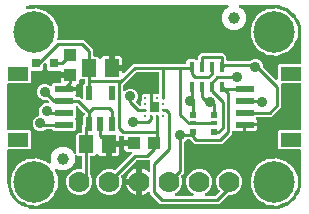
<source format=gbr>
G04 EAGLE Gerber RS-274X export*
G75*
%MOMM*%
%FSLAX34Y34*%
%LPD*%
%INTop Copper*%
%IPPOS*%
%AMOC8*
5,1,8,0,0,1.08239X$1,22.5*%
G01*
%ADD10R,1.240000X1.500000*%
%ADD11R,0.550000X1.200000*%
%ADD12R,1.075000X1.000000*%
%ADD13R,0.450000X0.900000*%
%ADD14R,0.500000X0.500000*%
%ADD15R,0.500000X0.400000*%
%ADD16R,0.250000X0.275000*%
%ADD17R,0.275000X0.250000*%
%ADD18C,1.778000*%
%ADD19C,3.516000*%
%ADD20R,1.550000X0.600000*%
%ADD21R,1.800000X1.200000*%
%ADD22C,1.000000*%
%ADD23R,0.800000X0.800000*%
%ADD24R,1.000000X1.075000*%
%ADD25C,0.254000*%
%ADD26C,0.906400*%

G36*
X228622Y2543D02*
X228622Y2543D01*
X228700Y2545D01*
X232077Y2810D01*
X232145Y2824D01*
X232214Y2829D01*
X232370Y2869D01*
X238794Y4956D01*
X238901Y5006D01*
X239012Y5050D01*
X239063Y5083D01*
X239082Y5091D01*
X239097Y5104D01*
X239148Y5136D01*
X244612Y9107D01*
X244699Y9188D01*
X244746Y9227D01*
X244752Y9231D01*
X244753Y9233D01*
X244791Y9264D01*
X244829Y9310D01*
X244844Y9324D01*
X244855Y9341D01*
X244893Y9387D01*
X246586Y11717D01*
X246599Y11741D01*
X246616Y11761D01*
X246675Y11879D01*
X246739Y11996D01*
X246746Y12022D01*
X246758Y12046D01*
X246785Y12174D01*
X246799Y12185D01*
X246823Y12196D01*
X246925Y12280D01*
X247031Y12361D01*
X247048Y12382D01*
X247068Y12399D01*
X247171Y12523D01*
X248864Y14852D01*
X248921Y14956D01*
X248985Y15056D01*
X249007Y15113D01*
X249017Y15131D01*
X249022Y15151D01*
X249044Y15206D01*
X251131Y21630D01*
X251144Y21698D01*
X251167Y21764D01*
X251190Y21923D01*
X251455Y25300D01*
X251455Y25304D01*
X251456Y25307D01*
X251455Y25326D01*
X251459Y25400D01*
X251459Y51598D01*
X251444Y51716D01*
X251437Y51835D01*
X251424Y51873D01*
X251419Y51914D01*
X251376Y52024D01*
X251339Y52137D01*
X251317Y52172D01*
X251302Y52209D01*
X251233Y52305D01*
X251169Y52406D01*
X251139Y52434D01*
X251116Y52467D01*
X251024Y52543D01*
X250937Y52624D01*
X250902Y52644D01*
X250871Y52669D01*
X250763Y52720D01*
X250659Y52778D01*
X250619Y52788D01*
X250583Y52805D01*
X250466Y52827D01*
X250351Y52857D01*
X250291Y52861D01*
X250271Y52865D01*
X250250Y52863D01*
X250190Y52867D01*
X232618Y52867D01*
X231427Y54058D01*
X231427Y67742D01*
X232618Y68933D01*
X250190Y68933D01*
X250308Y68948D01*
X250427Y68955D01*
X250465Y68968D01*
X250506Y68973D01*
X250616Y69016D01*
X250729Y69053D01*
X250764Y69075D01*
X250801Y69090D01*
X250897Y69159D01*
X250998Y69223D01*
X251026Y69253D01*
X251059Y69276D01*
X251135Y69368D01*
X251216Y69455D01*
X251236Y69490D01*
X251261Y69521D01*
X251312Y69629D01*
X251370Y69733D01*
X251380Y69773D01*
X251397Y69809D01*
X251419Y69926D01*
X251449Y70041D01*
X251453Y70101D01*
X251457Y70121D01*
X251455Y70142D01*
X251459Y70202D01*
X251459Y107598D01*
X251444Y107716D01*
X251437Y107835D01*
X251424Y107873D01*
X251419Y107914D01*
X251376Y108024D01*
X251339Y108137D01*
X251317Y108172D01*
X251302Y108209D01*
X251233Y108305D01*
X251169Y108406D01*
X251139Y108434D01*
X251116Y108467D01*
X251024Y108543D01*
X250937Y108624D01*
X250902Y108644D01*
X250871Y108669D01*
X250763Y108720D01*
X250659Y108778D01*
X250619Y108788D01*
X250583Y108805D01*
X250466Y108827D01*
X250351Y108857D01*
X250291Y108861D01*
X250271Y108865D01*
X250250Y108863D01*
X250190Y108867D01*
X235418Y108867D01*
X235280Y108850D01*
X235141Y108837D01*
X235122Y108830D01*
X235102Y108827D01*
X234973Y108776D01*
X234842Y108729D01*
X234825Y108718D01*
X234807Y108710D01*
X234694Y108629D01*
X234579Y108551D01*
X234566Y108535D01*
X234549Y108524D01*
X234460Y108416D01*
X234368Y108312D01*
X234359Y108294D01*
X234346Y108279D01*
X234287Y108153D01*
X234224Y108029D01*
X234219Y108009D01*
X234211Y107991D01*
X234185Y107855D01*
X234154Y107719D01*
X234155Y107698D01*
X234151Y107679D01*
X234160Y107540D01*
X234164Y107401D01*
X234170Y107381D01*
X234171Y107361D01*
X234214Y107229D01*
X234252Y107095D01*
X234263Y107078D01*
X234269Y107059D01*
X234343Y106941D01*
X234414Y106821D01*
X234432Y106800D01*
X234439Y106790D01*
X234443Y106786D01*
X234443Y88802D01*
X226238Y80597D01*
X214308Y80597D01*
X214210Y80585D01*
X214111Y80582D01*
X214052Y80565D01*
X213992Y80557D01*
X213900Y80521D01*
X213805Y80494D01*
X213753Y80463D01*
X213697Y80440D01*
X213617Y80382D01*
X213531Y80332D01*
X213456Y80266D01*
X213439Y80254D01*
X213431Y80244D01*
X213410Y80226D01*
X213342Y80157D01*
X213268Y80063D01*
X213189Y79973D01*
X213171Y79937D01*
X213147Y79906D01*
X213099Y79796D01*
X213045Y79689D01*
X213036Y79650D01*
X213020Y79614D01*
X213001Y79496D01*
X212975Y79379D01*
X212977Y79339D01*
X212970Y79300D01*
X212981Y79181D01*
X212985Y79061D01*
X212996Y79023D01*
X213000Y78983D01*
X213040Y78871D01*
X213074Y78756D01*
X213094Y78721D01*
X213108Y78684D01*
X213155Y78614D01*
X213160Y78605D01*
X213578Y77881D01*
X213751Y77234D01*
X213751Y75399D01*
X203690Y75399D01*
X203572Y75384D01*
X203453Y75377D01*
X203415Y75364D01*
X203375Y75359D01*
X203264Y75316D01*
X203151Y75279D01*
X203117Y75257D01*
X203079Y75242D01*
X202983Y75173D01*
X202882Y75109D01*
X202854Y75079D01*
X202822Y75056D01*
X202746Y74964D01*
X202664Y74877D01*
X202645Y74842D01*
X202619Y74811D01*
X202599Y74768D01*
X202522Y74712D01*
X202422Y74649D01*
X202394Y74619D01*
X202361Y74595D01*
X202285Y74504D01*
X202204Y74417D01*
X202184Y74382D01*
X202159Y74350D01*
X202108Y74243D01*
X202050Y74138D01*
X202040Y74099D01*
X202023Y74063D01*
X202001Y73946D01*
X201971Y73830D01*
X201967Y73770D01*
X201963Y73750D01*
X201965Y73730D01*
X201961Y73670D01*
X201961Y68359D01*
X195376Y68359D01*
X194722Y68534D01*
X194615Y68580D01*
X194495Y68636D01*
X194468Y68641D01*
X194444Y68651D01*
X194312Y68671D01*
X194182Y68696D01*
X194156Y68694D01*
X194129Y68698D01*
X193997Y68684D01*
X193865Y68676D01*
X193839Y68668D01*
X193813Y68665D01*
X193688Y68619D01*
X193563Y68578D01*
X193540Y68564D01*
X193514Y68554D01*
X193406Y68479D01*
X193294Y68408D01*
X193275Y68388D01*
X193253Y68373D01*
X193167Y68273D01*
X193076Y68176D01*
X193063Y68152D01*
X193045Y68132D01*
X192986Y68014D01*
X192922Y67898D01*
X192916Y67872D01*
X192904Y67847D01*
X192876Y67718D01*
X192843Y67590D01*
X192841Y67552D01*
X192837Y67536D01*
X192838Y67515D01*
X192833Y67429D01*
X192833Y66242D01*
X184248Y57657D01*
X161192Y57657D01*
X158886Y59963D01*
X158886Y59964D01*
X157754Y61096D01*
X157675Y61156D01*
X157603Y61224D01*
X157550Y61253D01*
X157502Y61290D01*
X157411Y61330D01*
X157325Y61378D01*
X157266Y61393D01*
X157211Y61417D01*
X157113Y61432D01*
X157017Y61457D01*
X156917Y61463D01*
X156897Y61467D01*
X156884Y61465D01*
X156856Y61467D01*
X155097Y61467D01*
X154999Y61455D01*
X154900Y61452D01*
X154842Y61435D01*
X154781Y61427D01*
X154689Y61391D01*
X154594Y61363D01*
X154542Y61333D01*
X154486Y61310D01*
X154406Y61252D01*
X154320Y61202D01*
X154245Y61136D01*
X154228Y61124D01*
X154221Y61114D01*
X154199Y61096D01*
X152264Y59161D01*
X152204Y59082D01*
X152136Y59010D01*
X152107Y58957D01*
X152070Y58909D01*
X152030Y58818D01*
X151982Y58732D01*
X151967Y58673D01*
X151943Y58617D01*
X151928Y58519D01*
X151903Y58424D01*
X151897Y58324D01*
X151893Y58303D01*
X151895Y58291D01*
X151893Y58263D01*
X151893Y32922D01*
X150028Y31057D01*
X150009Y31033D01*
X149987Y31014D01*
X149912Y30908D01*
X149833Y30806D01*
X149821Y30778D01*
X149804Y30754D01*
X149758Y30633D01*
X149706Y30514D01*
X149702Y30485D01*
X149691Y30457D01*
X149677Y30328D01*
X149656Y30200D01*
X149659Y30170D01*
X149656Y30141D01*
X149674Y30012D01*
X149686Y29883D01*
X149696Y29855D01*
X149700Y29826D01*
X149752Y29674D01*
X150623Y27573D01*
X150623Y23227D01*
X148960Y19213D01*
X145887Y16140D01*
X145319Y15905D01*
X145258Y15870D01*
X145193Y15844D01*
X145120Y15792D01*
X145042Y15747D01*
X144992Y15699D01*
X144936Y15658D01*
X144878Y15588D01*
X144814Y15526D01*
X144777Y15466D01*
X144733Y15413D01*
X144695Y15331D01*
X144648Y15255D01*
X144627Y15188D01*
X144597Y15125D01*
X144580Y15037D01*
X144554Y14951D01*
X144551Y14881D01*
X144538Y14812D01*
X144543Y14723D01*
X144539Y14633D01*
X144553Y14565D01*
X144557Y14495D01*
X144585Y14410D01*
X144603Y14322D01*
X144634Y14259D01*
X144655Y14193D01*
X144703Y14117D01*
X144743Y14036D01*
X144788Y13983D01*
X144826Y13924D01*
X144891Y13862D01*
X144949Y13794D01*
X145006Y13754D01*
X145057Y13706D01*
X145136Y13663D01*
X145209Y13611D01*
X145275Y13586D01*
X145336Y13552D01*
X145422Y13530D01*
X145507Y13498D01*
X145576Y13490D01*
X145644Y13473D01*
X145804Y13463D01*
X158996Y13463D01*
X159065Y13471D01*
X159135Y13470D01*
X159222Y13491D01*
X159311Y13503D01*
X159376Y13528D01*
X159444Y13545D01*
X159523Y13587D01*
X159607Y13620D01*
X159663Y13661D01*
X159725Y13693D01*
X159792Y13754D01*
X159864Y13806D01*
X159909Y13860D01*
X159960Y13907D01*
X160010Y13982D01*
X160067Y14051D01*
X160097Y14115D01*
X160135Y14173D01*
X160164Y14258D01*
X160203Y14339D01*
X160216Y14408D01*
X160238Y14474D01*
X160246Y14563D01*
X160262Y14651D01*
X160258Y14721D01*
X160264Y14791D01*
X160248Y14879D01*
X160243Y14969D01*
X160221Y15035D01*
X160209Y15104D01*
X160172Y15186D01*
X160145Y15271D01*
X160107Y15330D01*
X160079Y15394D01*
X160023Y15464D01*
X159974Y15540D01*
X159924Y15588D01*
X159880Y15642D01*
X159808Y15697D01*
X159743Y15758D01*
X159682Y15792D01*
X159626Y15834D01*
X159481Y15905D01*
X158913Y16140D01*
X155840Y19213D01*
X154177Y23227D01*
X154177Y27573D01*
X155840Y31587D01*
X158913Y34660D01*
X162927Y36323D01*
X167273Y36323D01*
X171287Y34660D01*
X174360Y31587D01*
X176023Y27573D01*
X176023Y23227D01*
X174360Y19213D01*
X171287Y16140D01*
X170719Y15905D01*
X170658Y15870D01*
X170593Y15844D01*
X170520Y15792D01*
X170442Y15747D01*
X170392Y15699D01*
X170336Y15658D01*
X170278Y15588D01*
X170214Y15526D01*
X170177Y15466D01*
X170133Y15413D01*
X170095Y15331D01*
X170048Y15255D01*
X170027Y15188D01*
X169997Y15125D01*
X169980Y15037D01*
X169954Y14951D01*
X169951Y14881D01*
X169938Y14812D01*
X169943Y14723D01*
X169939Y14633D01*
X169953Y14565D01*
X169957Y14495D01*
X169985Y14410D01*
X170003Y14322D01*
X170034Y14259D01*
X170055Y14193D01*
X170103Y14117D01*
X170143Y14036D01*
X170188Y13983D01*
X170226Y13924D01*
X170291Y13862D01*
X170349Y13794D01*
X170406Y13754D01*
X170457Y13706D01*
X170536Y13663D01*
X170609Y13611D01*
X170675Y13586D01*
X170736Y13552D01*
X170822Y13530D01*
X170907Y13498D01*
X170976Y13490D01*
X171044Y13473D01*
X171204Y13463D01*
X178446Y13463D01*
X178544Y13475D01*
X178643Y13478D01*
X178702Y13495D01*
X178762Y13503D01*
X178854Y13539D01*
X178949Y13567D01*
X179001Y13597D01*
X179057Y13620D01*
X179137Y13678D01*
X179223Y13728D01*
X179298Y13794D01*
X179315Y13806D01*
X179323Y13816D01*
X179344Y13834D01*
X182084Y16574D01*
X182157Y16669D01*
X182235Y16758D01*
X182254Y16794D01*
X182279Y16826D01*
X182326Y16935D01*
X182380Y17041D01*
X182389Y17080D01*
X182405Y17117D01*
X182424Y17235D01*
X182450Y17351D01*
X182448Y17392D01*
X182455Y17432D01*
X182444Y17550D01*
X182440Y17669D01*
X182429Y17708D01*
X182425Y17748D01*
X182385Y17860D01*
X182352Y17975D01*
X182331Y18009D01*
X182317Y18047D01*
X182250Y18146D01*
X182190Y18249D01*
X182150Y18294D01*
X182139Y18311D01*
X182123Y18324D01*
X182084Y18369D01*
X181240Y19213D01*
X179577Y23227D01*
X179577Y27573D01*
X181240Y31587D01*
X184313Y34660D01*
X188327Y36323D01*
X192673Y36323D01*
X196687Y34660D01*
X199760Y31587D01*
X201423Y27573D01*
X201423Y23227D01*
X199760Y19213D01*
X196687Y16140D01*
X192673Y14477D01*
X189854Y14477D01*
X189756Y14465D01*
X189657Y14462D01*
X189598Y14445D01*
X189538Y14437D01*
X189446Y14401D01*
X189351Y14373D01*
X189299Y14343D01*
X189243Y14320D01*
X189163Y14262D01*
X189077Y14212D01*
X189002Y14146D01*
X188985Y14134D01*
X188977Y14124D01*
X188956Y14106D01*
X181708Y6857D01*
X131982Y6857D01*
X123697Y15142D01*
X123697Y15607D01*
X123692Y15647D01*
X123695Y15687D01*
X123672Y15804D01*
X123657Y15923D01*
X123643Y15960D01*
X123635Y15999D01*
X123584Y16107D01*
X123540Y16219D01*
X123517Y16251D01*
X123500Y16287D01*
X123424Y16379D01*
X123354Y16476D01*
X123323Y16501D01*
X123298Y16532D01*
X123201Y16602D01*
X123109Y16679D01*
X123073Y16696D01*
X123040Y16719D01*
X122929Y16763D01*
X122821Y16814D01*
X122782Y16822D01*
X122745Y16836D01*
X122626Y16852D01*
X122509Y16874D01*
X122469Y16872D01*
X122429Y16877D01*
X122311Y16862D01*
X122191Y16854D01*
X122153Y16842D01*
X122114Y16837D01*
X122002Y16793D01*
X121889Y16756D01*
X121855Y16735D01*
X121818Y16720D01*
X121682Y16634D01*
X120291Y15624D01*
X118688Y14807D01*
X116977Y14251D01*
X116799Y14223D01*
X116799Y24170D01*
X116784Y24288D01*
X116777Y24407D01*
X116764Y24445D01*
X116759Y24485D01*
X116716Y24596D01*
X116679Y24709D01*
X116657Y24743D01*
X116642Y24781D01*
X116573Y24877D01*
X116509Y24978D01*
X116479Y25006D01*
X116456Y25038D01*
X116364Y25114D01*
X116277Y25196D01*
X116242Y25215D01*
X116211Y25241D01*
X116103Y25292D01*
X115999Y25349D01*
X115959Y25359D01*
X115923Y25377D01*
X115816Y25397D01*
X115846Y25401D01*
X115956Y25445D01*
X116069Y25481D01*
X116104Y25503D01*
X116141Y25518D01*
X116237Y25588D01*
X116338Y25651D01*
X116366Y25681D01*
X116399Y25705D01*
X116475Y25796D01*
X116556Y25883D01*
X116576Y25918D01*
X116601Y25950D01*
X116652Y26057D01*
X116710Y26162D01*
X116720Y26201D01*
X116737Y26237D01*
X116759Y26354D01*
X116789Y26470D01*
X116793Y26530D01*
X116797Y26550D01*
X116795Y26570D01*
X116797Y26576D01*
X116796Y26583D01*
X116799Y26630D01*
X116799Y36577D01*
X116977Y36549D01*
X118688Y35993D01*
X120291Y35176D01*
X121201Y34515D01*
X121682Y34166D01*
X121717Y34147D01*
X121747Y34121D01*
X121856Y34070D01*
X121961Y34013D01*
X121999Y34003D01*
X122035Y33986D01*
X122152Y33963D01*
X122269Y33933D01*
X122309Y33933D01*
X122348Y33926D01*
X122467Y33933D01*
X122587Y33933D01*
X122625Y33943D01*
X122665Y33946D01*
X122779Y33983D01*
X122895Y34012D01*
X122930Y34031D01*
X122967Y34044D01*
X123069Y34108D01*
X123173Y34165D01*
X123202Y34193D01*
X123236Y34214D01*
X123318Y34301D01*
X123405Y34383D01*
X123427Y34417D01*
X123454Y34446D01*
X123512Y34550D01*
X123576Y34651D01*
X123588Y34689D01*
X123608Y34724D01*
X123637Y34840D01*
X123675Y34954D01*
X123677Y34993D01*
X123687Y35032D01*
X123697Y35193D01*
X123697Y42418D01*
X123682Y42536D01*
X123675Y42655D01*
X123662Y42693D01*
X123657Y42734D01*
X123614Y42844D01*
X123577Y42957D01*
X123555Y42992D01*
X123540Y43029D01*
X123471Y43125D01*
X123407Y43226D01*
X123377Y43254D01*
X123354Y43287D01*
X123262Y43363D01*
X123175Y43444D01*
X123140Y43464D01*
X123109Y43489D01*
X123001Y43540D01*
X122897Y43598D01*
X122857Y43608D01*
X122821Y43625D01*
X122704Y43647D01*
X122589Y43677D01*
X122529Y43681D01*
X122509Y43685D01*
X122488Y43683D01*
X122428Y43687D01*
X112384Y43687D01*
X112286Y43675D01*
X112187Y43672D01*
X112128Y43655D01*
X112068Y43647D01*
X111976Y43611D01*
X111881Y43583D01*
X111829Y43553D01*
X111773Y43530D01*
X111693Y43472D01*
X111607Y43422D01*
X111532Y43356D01*
X111515Y43344D01*
X111507Y43334D01*
X111486Y43316D01*
X99228Y31057D01*
X99209Y31033D01*
X99187Y31014D01*
X99112Y30908D01*
X99033Y30806D01*
X99021Y30778D01*
X99004Y30754D01*
X98958Y30633D01*
X98906Y30514D01*
X98902Y30485D01*
X98891Y30457D01*
X98877Y30328D01*
X98856Y30200D01*
X98859Y30170D01*
X98856Y30141D01*
X98874Y30012D01*
X98886Y29883D01*
X98896Y29855D01*
X98900Y29826D01*
X98952Y29674D01*
X99823Y27573D01*
X99823Y23227D01*
X98160Y19213D01*
X95087Y16140D01*
X91073Y14477D01*
X86727Y14477D01*
X82713Y16140D01*
X79640Y19213D01*
X77977Y23227D01*
X77977Y27573D01*
X79640Y31587D01*
X82713Y34660D01*
X86727Y36323D01*
X91073Y36323D01*
X93174Y35452D01*
X93202Y35445D01*
X93228Y35431D01*
X93355Y35403D01*
X93480Y35369D01*
X93510Y35368D01*
X93539Y35362D01*
X93668Y35366D01*
X93798Y35363D01*
X93827Y35370D01*
X93857Y35371D01*
X93981Y35407D01*
X94108Y35438D01*
X94134Y35451D01*
X94162Y35460D01*
X94274Y35526D01*
X94389Y35586D01*
X94411Y35606D01*
X94436Y35621D01*
X94557Y35728D01*
X107542Y48713D01*
X107627Y48822D01*
X107716Y48929D01*
X107724Y48948D01*
X107737Y48964D01*
X107792Y49092D01*
X107851Y49217D01*
X107855Y49237D01*
X107863Y49256D01*
X107885Y49394D01*
X107911Y49530D01*
X107910Y49550D01*
X107913Y49570D01*
X107900Y49709D01*
X107891Y49847D01*
X107885Y49866D01*
X107883Y49886D01*
X107836Y50018D01*
X107793Y50149D01*
X107782Y50167D01*
X107775Y50186D01*
X107697Y50301D01*
X107623Y50418D01*
X107608Y50432D01*
X107597Y50449D01*
X107493Y50541D01*
X107391Y50636D01*
X107374Y50646D01*
X107358Y50659D01*
X107235Y50722D01*
X107113Y50790D01*
X107093Y50795D01*
X107075Y50804D01*
X106939Y50834D01*
X106805Y50869D01*
X106777Y50871D01*
X106765Y50874D01*
X106744Y50873D01*
X106644Y50879D01*
X103901Y50879D01*
X103254Y51052D01*
X102675Y51387D01*
X102202Y51860D01*
X101867Y52439D01*
X101694Y53086D01*
X101694Y55921D01*
X108380Y55921D01*
X108498Y55936D01*
X108617Y55943D01*
X108655Y55955D01*
X108695Y55961D01*
X108806Y56004D01*
X108919Y56041D01*
X108953Y56063D01*
X108991Y56078D01*
X109087Y56147D01*
X109188Y56211D01*
X109216Y56241D01*
X109248Y56264D01*
X109324Y56356D01*
X109406Y56443D01*
X109425Y56478D01*
X109451Y56509D01*
X109502Y56617D01*
X109559Y56721D01*
X109569Y56761D01*
X109587Y56797D01*
X109609Y56914D01*
X109639Y57029D01*
X109643Y57089D01*
X109646Y57109D01*
X109645Y57130D01*
X109649Y57190D01*
X109649Y59650D01*
X109634Y59768D01*
X109627Y59887D01*
X109614Y59925D01*
X109609Y59966D01*
X109565Y60076D01*
X109529Y60189D01*
X109507Y60224D01*
X109492Y60261D01*
X109422Y60357D01*
X109359Y60458D01*
X109329Y60486D01*
X109305Y60519D01*
X109214Y60595D01*
X109127Y60676D01*
X109092Y60696D01*
X109060Y60721D01*
X108953Y60772D01*
X108848Y60830D01*
X108809Y60840D01*
X108773Y60857D01*
X108656Y60879D01*
X108540Y60909D01*
X108480Y60913D01*
X108460Y60917D01*
X108440Y60915D01*
X108380Y60919D01*
X101694Y60919D01*
X101694Y62738D01*
X101679Y62856D01*
X101672Y62975D01*
X101659Y63013D01*
X101654Y63054D01*
X101611Y63164D01*
X101574Y63277D01*
X101552Y63312D01*
X101537Y63349D01*
X101468Y63445D01*
X101404Y63546D01*
X101374Y63574D01*
X101351Y63607D01*
X101259Y63683D01*
X101172Y63764D01*
X101137Y63784D01*
X101106Y63809D01*
X100998Y63860D01*
X100894Y63918D01*
X100854Y63928D01*
X100818Y63945D01*
X100701Y63967D01*
X100586Y63997D01*
X100526Y64001D01*
X100506Y64005D01*
X100485Y64003D01*
X100425Y64007D01*
X98908Y64007D01*
X98896Y64017D01*
X98768Y64072D01*
X98643Y64131D01*
X98623Y64135D01*
X98604Y64143D01*
X98467Y64165D01*
X98330Y64191D01*
X98310Y64190D01*
X98290Y64193D01*
X98152Y64180D01*
X98013Y64171D01*
X97994Y64165D01*
X97974Y64163D01*
X97843Y64116D01*
X97711Y64073D01*
X97693Y64062D01*
X97674Y64056D01*
X97560Y63978D01*
X97442Y63903D01*
X97428Y63888D01*
X97411Y63877D01*
X97319Y63773D01*
X97224Y63671D01*
X97214Y63654D01*
X97201Y63639D01*
X97137Y63515D01*
X97070Y63393D01*
X97065Y63373D01*
X97056Y63355D01*
X97026Y63219D01*
X96991Y63085D01*
X96989Y63057D01*
X96986Y63045D01*
X96987Y63024D01*
X96981Y62924D01*
X96981Y59689D01*
X89510Y59689D01*
X89392Y59674D01*
X89273Y59667D01*
X89235Y59654D01*
X89195Y59649D01*
X89084Y59605D01*
X88971Y59569D01*
X88936Y59547D01*
X88899Y59532D01*
X88803Y59462D01*
X88702Y59399D01*
X88674Y59369D01*
X88642Y59345D01*
X88566Y59254D01*
X88484Y59167D01*
X88465Y59132D01*
X88439Y59100D01*
X88388Y58993D01*
X88331Y58889D01*
X88320Y58849D01*
X88303Y58813D01*
X88281Y58696D01*
X88251Y58581D01*
X88247Y58520D01*
X88243Y58500D01*
X88245Y58480D01*
X88244Y58472D01*
X88243Y58468D01*
X88244Y58464D01*
X88241Y58420D01*
X88241Y57149D01*
X86970Y57149D01*
X86852Y57134D01*
X86733Y57127D01*
X86695Y57114D01*
X86655Y57109D01*
X86544Y57065D01*
X86431Y57029D01*
X86396Y57007D01*
X86359Y56992D01*
X86263Y56922D01*
X86162Y56859D01*
X86134Y56829D01*
X86101Y56805D01*
X86026Y56714D01*
X85944Y56627D01*
X85924Y56592D01*
X85899Y56560D01*
X85848Y56453D01*
X85790Y56349D01*
X85780Y56309D01*
X85763Y56273D01*
X85741Y56156D01*
X85711Y56041D01*
X85707Y55980D01*
X85703Y55960D01*
X85705Y55940D01*
X85704Y55934D01*
X85703Y55930D01*
X85704Y55925D01*
X85701Y55880D01*
X85701Y47109D01*
X81706Y47109D01*
X81059Y47282D01*
X80480Y47617D01*
X80007Y48090D01*
X79644Y48719D01*
X79568Y48819D01*
X79497Y48923D01*
X79472Y48946D01*
X79451Y48973D01*
X79353Y49051D01*
X79259Y49134D01*
X79229Y49149D01*
X79202Y49170D01*
X79087Y49221D01*
X78975Y49279D01*
X78942Y49286D01*
X78912Y49300D01*
X78788Y49321D01*
X78665Y49348D01*
X78631Y49347D01*
X78598Y49353D01*
X78473Y49342D01*
X78347Y49339D01*
X78315Y49329D01*
X78281Y49326D01*
X78163Y49285D01*
X78042Y49250D01*
X78013Y49233D01*
X77981Y49222D01*
X77876Y49152D01*
X77768Y49089D01*
X77731Y49056D01*
X77716Y49046D01*
X77701Y49030D01*
X77647Y48982D01*
X76282Y47617D01*
X73812Y47617D01*
X73694Y47602D01*
X73575Y47595D01*
X73537Y47582D01*
X73496Y47577D01*
X73386Y47534D01*
X73273Y47497D01*
X73238Y47475D01*
X73201Y47460D01*
X73105Y47391D01*
X73004Y47327D01*
X72976Y47297D01*
X72943Y47274D01*
X72867Y47182D01*
X72786Y47095D01*
X72766Y47060D01*
X72741Y47029D01*
X72690Y46921D01*
X72632Y46817D01*
X72622Y46777D01*
X72605Y46741D01*
X72583Y46624D01*
X72553Y46509D01*
X72549Y46449D01*
X72545Y46429D01*
X72547Y46408D01*
X72543Y46348D01*
X72543Y32330D01*
X72555Y32232D01*
X72558Y32133D01*
X72575Y32075D01*
X72583Y32015D01*
X72619Y31922D01*
X72647Y31827D01*
X72677Y31775D01*
X72700Y31719D01*
X72713Y31701D01*
X74423Y27573D01*
X74423Y23227D01*
X72760Y19213D01*
X69687Y16140D01*
X65673Y14477D01*
X61327Y14477D01*
X57313Y16140D01*
X54240Y19213D01*
X52577Y23227D01*
X52577Y27573D01*
X54240Y31587D01*
X57313Y34660D01*
X61327Y36323D01*
X64668Y36323D01*
X64786Y36338D01*
X64905Y36345D01*
X64943Y36358D01*
X64984Y36363D01*
X65094Y36406D01*
X65207Y36443D01*
X65242Y36465D01*
X65279Y36480D01*
X65375Y36549D01*
X65476Y36613D01*
X65504Y36643D01*
X65537Y36666D01*
X65613Y36758D01*
X65694Y36845D01*
X65714Y36880D01*
X65739Y36911D01*
X65790Y37019D01*
X65848Y37123D01*
X65858Y37163D01*
X65875Y37199D01*
X65897Y37316D01*
X65927Y37431D01*
X65931Y37491D01*
X65935Y37511D01*
X65933Y37532D01*
X65937Y37592D01*
X65937Y46348D01*
X65922Y46466D01*
X65915Y46585D01*
X65902Y46623D01*
X65897Y46664D01*
X65854Y46774D01*
X65817Y46887D01*
X65795Y46922D01*
X65780Y46959D01*
X65711Y47055D01*
X65647Y47156D01*
X65617Y47184D01*
X65594Y47217D01*
X65502Y47293D01*
X65415Y47374D01*
X65380Y47394D01*
X65349Y47419D01*
X65241Y47470D01*
X65137Y47528D01*
X65097Y47538D01*
X65061Y47555D01*
X64944Y47577D01*
X64829Y47607D01*
X64769Y47611D01*
X64749Y47615D01*
X64728Y47613D01*
X64668Y47617D01*
X62198Y47617D01*
X61697Y48118D01*
X61588Y48203D01*
X61481Y48292D01*
X61462Y48300D01*
X61446Y48313D01*
X61318Y48368D01*
X61193Y48427D01*
X61173Y48431D01*
X61154Y48439D01*
X61016Y48461D01*
X60880Y48487D01*
X60860Y48486D01*
X60840Y48489D01*
X60701Y48476D01*
X60563Y48467D01*
X60544Y48461D01*
X60524Y48459D01*
X60393Y48412D01*
X60261Y48369D01*
X60243Y48358D01*
X60224Y48352D01*
X60110Y48274D01*
X59992Y48199D01*
X59978Y48184D01*
X59961Y48173D01*
X59869Y48069D01*
X59774Y47967D01*
X59764Y47950D01*
X59751Y47935D01*
X59688Y47811D01*
X59620Y47689D01*
X59615Y47669D01*
X59606Y47651D01*
X59576Y47515D01*
X59541Y47381D01*
X59539Y47353D01*
X59536Y47341D01*
X59537Y47321D01*
X59531Y47220D01*
X59531Y42405D01*
X56851Y37764D01*
X52210Y35084D01*
X46850Y35084D01*
X44572Y36400D01*
X44499Y36430D01*
X44430Y36470D01*
X44353Y36492D01*
X44279Y36523D01*
X44200Y36535D01*
X44123Y36556D01*
X44043Y36558D01*
X43964Y36569D01*
X43885Y36561D01*
X43805Y36563D01*
X43728Y36545D01*
X43648Y36536D01*
X43573Y36508D01*
X43496Y36490D01*
X43425Y36453D01*
X43350Y36425D01*
X43285Y36380D01*
X43214Y36343D01*
X43154Y36290D01*
X43089Y36244D01*
X43037Y36184D01*
X42977Y36131D01*
X42933Y36064D01*
X42881Y36003D01*
X42845Y35932D01*
X42801Y35866D01*
X42775Y35790D01*
X42739Y35719D01*
X42723Y35641D01*
X42696Y35566D01*
X42689Y35486D01*
X42673Y35408D01*
X42676Y35328D01*
X42669Y35249D01*
X42683Y35170D01*
X42686Y35090D01*
X42709Y35014D01*
X42722Y34935D01*
X42777Y34786D01*
X42777Y34785D01*
X42778Y34785D01*
X42778Y34784D01*
X45092Y29586D01*
X45092Y21214D01*
X42263Y14859D01*
X42260Y14849D01*
X42250Y14829D01*
X41994Y14211D01*
X41975Y14187D01*
X41970Y14178D01*
X41967Y14174D01*
X41963Y14164D01*
X41900Y14044D01*
X41687Y13567D01*
X37853Y10114D01*
X37841Y10100D01*
X37805Y10068D01*
X36510Y8773D01*
X36441Y8745D01*
X36324Y8678D01*
X36204Y8615D01*
X36177Y8594D01*
X36165Y8587D01*
X36149Y8572D01*
X36078Y8515D01*
X35466Y7965D01*
X31302Y6612D01*
X31283Y6603D01*
X31209Y6577D01*
X29301Y5787D01*
X28965Y5787D01*
X28847Y5772D01*
X28729Y5765D01*
X28670Y5750D01*
X28650Y5747D01*
X28631Y5740D01*
X28573Y5725D01*
X27504Y5378D01*
X23676Y5780D01*
X23658Y5780D01*
X23543Y5787D01*
X21499Y5787D01*
X20951Y6014D01*
X20853Y6041D01*
X20757Y6077D01*
X20665Y6092D01*
X20644Y6098D01*
X20631Y6098D01*
X20598Y6104D01*
X19416Y6228D01*
X19390Y6227D01*
X19364Y6232D01*
X19231Y6224D01*
X19173Y6223D01*
X19147Y6250D01*
X19125Y6265D01*
X19106Y6283D01*
X18972Y6372D01*
X16215Y7964D01*
X16212Y7965D01*
X16210Y7967D01*
X16066Y8038D01*
X14290Y8773D01*
X13693Y9370D01*
X13626Y9422D01*
X13565Y9483D01*
X13451Y9558D01*
X13442Y9565D01*
X13438Y9567D01*
X13431Y9572D01*
X11929Y10439D01*
X10139Y12903D01*
X10126Y12917D01*
X10116Y12933D01*
X10009Y13054D01*
X8773Y14290D01*
X8357Y15296D01*
X8322Y15356D01*
X8297Y15420D01*
X8211Y15556D01*
X7008Y17211D01*
X6447Y19849D01*
X6436Y19883D01*
X6431Y19919D01*
X6379Y20071D01*
X5787Y21499D01*
X5787Y22822D01*
X5781Y22874D01*
X5783Y22926D01*
X5760Y23086D01*
X5268Y25400D01*
X5760Y27714D01*
X5764Y27767D01*
X5777Y27817D01*
X5787Y27978D01*
X5787Y29301D01*
X6379Y30729D01*
X6388Y30763D01*
X6404Y30795D01*
X6447Y30951D01*
X7008Y33589D01*
X8211Y35244D01*
X8244Y35305D01*
X8286Y35360D01*
X8357Y35504D01*
X8773Y36510D01*
X10009Y37746D01*
X10021Y37761D01*
X10036Y37773D01*
X10139Y37897D01*
X11929Y40361D01*
X13431Y41228D01*
X13499Y41280D01*
X13573Y41324D01*
X13675Y41414D01*
X13684Y41421D01*
X13687Y41424D01*
X13693Y41430D01*
X14290Y42027D01*
X16066Y42762D01*
X16068Y42764D01*
X16071Y42764D01*
X16215Y42836D01*
X19179Y44547D01*
X20598Y44696D01*
X20697Y44720D01*
X20799Y44734D01*
X20887Y44764D01*
X20908Y44769D01*
X20920Y44775D01*
X20951Y44786D01*
X21499Y45013D01*
X23543Y45013D01*
X23560Y45015D01*
X23676Y45020D01*
X27504Y45422D01*
X28573Y45075D01*
X28690Y45053D01*
X28805Y45023D01*
X28865Y45019D01*
X28885Y45015D01*
X28906Y45017D01*
X28965Y45013D01*
X29301Y45013D01*
X31209Y44223D01*
X31230Y44217D01*
X31303Y44188D01*
X35466Y42835D01*
X36078Y42285D01*
X36189Y42207D01*
X36297Y42126D01*
X36327Y42111D01*
X36339Y42103D01*
X36359Y42096D01*
X36441Y42055D01*
X36510Y42027D01*
X37363Y41174D01*
X37472Y41089D01*
X37579Y41000D01*
X37598Y40991D01*
X37614Y40979D01*
X37741Y40924D01*
X37867Y40865D01*
X37887Y40861D01*
X37906Y40853D01*
X38044Y40831D01*
X38180Y40805D01*
X38200Y40806D01*
X38220Y40803D01*
X38359Y40816D01*
X38497Y40825D01*
X38516Y40831D01*
X38536Y40833D01*
X38668Y40880D01*
X38799Y40923D01*
X38817Y40933D01*
X38836Y40940D01*
X38951Y41018D01*
X39068Y41093D01*
X39082Y41108D01*
X39099Y41119D01*
X39191Y41223D01*
X39286Y41324D01*
X39296Y41342D01*
X39309Y41357D01*
X39372Y41481D01*
X39440Y41603D01*
X39445Y41623D01*
X39454Y41641D01*
X39484Y41776D01*
X39519Y41911D01*
X39521Y41939D01*
X39524Y41951D01*
X39523Y41971D01*
X39529Y42072D01*
X39529Y47765D01*
X42209Y52406D01*
X46850Y55086D01*
X52210Y55086D01*
X56851Y52406D01*
X58639Y49310D01*
X58727Y49194D01*
X58812Y49076D01*
X58823Y49067D01*
X58831Y49056D01*
X58945Y48966D01*
X59057Y48873D01*
X59070Y48867D01*
X59080Y48859D01*
X59214Y48799D01*
X59345Y48737D01*
X59358Y48735D01*
X59371Y48729D01*
X59515Y48705D01*
X59658Y48677D01*
X59671Y48678D01*
X59684Y48676D01*
X59830Y48688D01*
X59975Y48697D01*
X59988Y48701D01*
X60001Y48702D01*
X60139Y48751D01*
X60277Y48795D01*
X60289Y48802D01*
X60302Y48807D01*
X60423Y48888D01*
X60546Y48965D01*
X60555Y48975D01*
X60567Y48983D01*
X60664Y49091D01*
X60764Y49197D01*
X60771Y49209D01*
X60780Y49219D01*
X60847Y49348D01*
X60918Y49476D01*
X60921Y49489D01*
X60927Y49501D01*
X60961Y49643D01*
X60997Y49783D01*
X60998Y49802D01*
X61000Y49810D01*
X61000Y49827D01*
X61007Y49944D01*
X61007Y65492D01*
X62198Y66683D01*
X64668Y66683D01*
X64786Y66698D01*
X64905Y66705D01*
X64943Y66718D01*
X64984Y66723D01*
X65094Y66766D01*
X65207Y66803D01*
X65242Y66825D01*
X65279Y66840D01*
X65375Y66909D01*
X65476Y66973D01*
X65504Y67003D01*
X65537Y67026D01*
X65613Y67118D01*
X65694Y67205D01*
X65714Y67240D01*
X65739Y67271D01*
X65790Y67379D01*
X65848Y67483D01*
X65858Y67523D01*
X65875Y67559D01*
X65897Y67676D01*
X65927Y67791D01*
X65931Y67851D01*
X65935Y67871D01*
X65933Y67892D01*
X65937Y67952D01*
X65937Y73457D01*
X66625Y74145D01*
X66686Y74223D01*
X66754Y74296D01*
X66783Y74349D01*
X66820Y74397D01*
X66860Y74487D01*
X66908Y74574D01*
X66923Y74633D01*
X66947Y74688D01*
X66962Y74786D01*
X66987Y74882D01*
X66993Y74982D01*
X66997Y75002D01*
X66995Y75015D01*
X66997Y75043D01*
X66997Y81471D01*
X67660Y82134D01*
X67733Y82228D01*
X67812Y82317D01*
X67830Y82353D01*
X67855Y82385D01*
X67902Y82494D01*
X67957Y82600D01*
X67965Y82640D01*
X67982Y82677D01*
X68000Y82795D01*
X68026Y82911D01*
X68025Y82951D01*
X68031Y82991D01*
X68020Y83110D01*
X68017Y83229D01*
X68005Y83268D01*
X68002Y83308D01*
X67961Y83420D01*
X67928Y83534D01*
X67908Y83569D01*
X67894Y83607D01*
X67827Y83706D01*
X67767Y83808D01*
X67727Y83853D01*
X67715Y83870D01*
X67700Y83884D01*
X67660Y83929D01*
X62489Y89100D01*
X62380Y89185D01*
X62273Y89274D01*
X62254Y89282D01*
X62238Y89295D01*
X62110Y89350D01*
X61985Y89409D01*
X61965Y89413D01*
X61946Y89421D01*
X61808Y89443D01*
X61672Y89469D01*
X61652Y89468D01*
X61632Y89471D01*
X61493Y89458D01*
X61355Y89449D01*
X61336Y89443D01*
X61316Y89441D01*
X61184Y89394D01*
X61053Y89351D01*
X61035Y89340D01*
X61016Y89333D01*
X60901Y89255D01*
X60784Y89181D01*
X60770Y89166D01*
X60753Y89155D01*
X60661Y89051D01*
X60566Y88949D01*
X60556Y88932D01*
X60543Y88916D01*
X60479Y88792D01*
X60412Y88671D01*
X60407Y88651D01*
X60398Y88633D01*
X60368Y88497D01*
X60333Y88363D01*
X60331Y88335D01*
X60328Y88323D01*
X60329Y88302D01*
X60323Y88202D01*
X60323Y80058D01*
X60062Y79798D01*
X59989Y79703D01*
X59910Y79614D01*
X59892Y79578D01*
X59867Y79546D01*
X59820Y79437D01*
X59766Y79331D01*
X59757Y79292D01*
X59741Y79254D01*
X59722Y79136D01*
X59696Y79021D01*
X59697Y78980D01*
X59691Y78940D01*
X59702Y78822D01*
X59706Y78703D01*
X59717Y78664D01*
X59721Y78624D01*
X59761Y78512D01*
X59794Y78397D01*
X59815Y78362D01*
X59828Y78324D01*
X59895Y78226D01*
X59956Y78123D01*
X59996Y78078D01*
X60007Y78061D01*
X60022Y78048D01*
X60062Y78003D01*
X60323Y77742D01*
X60323Y70058D01*
X59132Y68867D01*
X41948Y68867D01*
X40590Y70226D01*
X40512Y70286D01*
X40439Y70354D01*
X40386Y70383D01*
X40339Y70420D01*
X40248Y70460D01*
X40161Y70508D01*
X40102Y70523D01*
X40047Y70547D01*
X39949Y70562D01*
X39853Y70587D01*
X39753Y70593D01*
X39733Y70597D01*
X39720Y70595D01*
X39692Y70597D01*
X35957Y70597D01*
X35859Y70585D01*
X35760Y70582D01*
X35702Y70565D01*
X35641Y70557D01*
X35549Y70521D01*
X35454Y70493D01*
X35402Y70463D01*
X35346Y70440D01*
X35266Y70382D01*
X35180Y70332D01*
X35105Y70266D01*
X35088Y70254D01*
X35081Y70244D01*
X35059Y70226D01*
X34199Y69365D01*
X31786Y68365D01*
X29174Y68365D01*
X26761Y69365D01*
X24915Y71211D01*
X23915Y73624D01*
X23915Y76236D01*
X24915Y78649D01*
X26761Y80495D01*
X28931Y81394D01*
X29035Y81453D01*
X29142Y81505D01*
X29172Y81532D01*
X29207Y81552D01*
X29293Y81635D01*
X29384Y81712D01*
X29407Y81745D01*
X29436Y81773D01*
X29498Y81875D01*
X29567Y81972D01*
X29581Y82010D01*
X29602Y82044D01*
X29637Y82158D01*
X29679Y82269D01*
X29684Y82309D01*
X29696Y82348D01*
X29701Y82467D01*
X29715Y82585D01*
X29709Y82625D01*
X29711Y82666D01*
X29687Y82782D01*
X29670Y82900D01*
X29651Y82957D01*
X29647Y82977D01*
X29638Y82995D01*
X29618Y83052D01*
X29221Y84010D01*
X29221Y86622D01*
X30221Y89035D01*
X32067Y90881D01*
X34480Y91881D01*
X36274Y91881D01*
X36412Y91898D01*
X36551Y91911D01*
X36570Y91918D01*
X36590Y91921D01*
X36719Y91972D01*
X36850Y92019D01*
X36867Y92030D01*
X36885Y92038D01*
X36998Y92119D01*
X37113Y92197D01*
X37126Y92213D01*
X37143Y92225D01*
X37232Y92332D01*
X37323Y92436D01*
X37333Y92454D01*
X37346Y92469D01*
X37405Y92595D01*
X37468Y92719D01*
X37473Y92739D01*
X37481Y92757D01*
X37507Y92893D01*
X37538Y93029D01*
X37537Y93050D01*
X37541Y93070D01*
X37532Y93208D01*
X37528Y93347D01*
X37522Y93367D01*
X37521Y93387D01*
X37478Y93519D01*
X37440Y93653D01*
X37429Y93670D01*
X37423Y93689D01*
X37349Y93807D01*
X37278Y93927D01*
X37260Y93948D01*
X37253Y93958D01*
X37238Y93972D01*
X37172Y94048D01*
X36556Y94664D01*
X36477Y94724D01*
X36405Y94792D01*
X36352Y94821D01*
X36304Y94858D01*
X36214Y94898D01*
X36127Y94946D01*
X36068Y94961D01*
X36013Y94985D01*
X35915Y95000D01*
X35819Y95025D01*
X35719Y95031D01*
X35698Y95035D01*
X35686Y95033D01*
X35658Y95035D01*
X32984Y95035D01*
X30571Y96035D01*
X28725Y97881D01*
X27725Y100294D01*
X27725Y102906D01*
X28725Y105319D01*
X30571Y107165D01*
X32984Y108165D01*
X35596Y108165D01*
X38009Y107165D01*
X38207Y106967D01*
X38294Y106900D01*
X38333Y106862D01*
X38350Y106853D01*
X38412Y106801D01*
X38437Y106789D01*
X38458Y106772D01*
X38579Y106720D01*
X38699Y106662D01*
X38725Y106657D01*
X38750Y106646D01*
X38880Y106625D01*
X39010Y106599D01*
X39037Y106600D01*
X39064Y106596D01*
X39195Y106609D01*
X39328Y106615D01*
X39354Y106623D01*
X39380Y106626D01*
X39505Y106671D01*
X39631Y106710D01*
X39654Y106724D01*
X39680Y106734D01*
X39790Y106808D01*
X39902Y106878D01*
X39921Y106897D01*
X39943Y106912D01*
X40031Y107011D01*
X40122Y107107D01*
X40135Y107130D01*
X40153Y107151D01*
X40214Y107269D01*
X40279Y107384D01*
X40291Y107420D01*
X40298Y107434D01*
X40303Y107455D01*
X40314Y107488D01*
X40317Y107496D01*
X40319Y107502D01*
X40330Y107536D01*
X40422Y107881D01*
X40757Y108460D01*
X41230Y108933D01*
X41809Y109268D01*
X42456Y109441D01*
X47070Y109441D01*
X47188Y109456D01*
X47307Y109463D01*
X47345Y109476D01*
X47386Y109481D01*
X47496Y109524D01*
X47609Y109561D01*
X47644Y109583D01*
X47681Y109598D01*
X47777Y109667D01*
X47878Y109731D01*
X47906Y109761D01*
X47939Y109784D01*
X48015Y109876D01*
X48096Y109963D01*
X48116Y109998D01*
X48141Y110029D01*
X48192Y110137D01*
X48250Y110241D01*
X48260Y110281D01*
X48277Y110317D01*
X48299Y110434D01*
X48329Y110549D01*
X48333Y110609D01*
X48337Y110629D01*
X48335Y110650D01*
X48339Y110710D01*
X48339Y113461D01*
X54650Y113461D01*
X54768Y113476D01*
X54887Y113483D01*
X54925Y113495D01*
X54965Y113501D01*
X55076Y113544D01*
X55189Y113581D01*
X55223Y113603D01*
X55261Y113618D01*
X55357Y113687D01*
X55458Y113751D01*
X55486Y113781D01*
X55518Y113804D01*
X55594Y113896D01*
X55676Y113983D01*
X55695Y114018D01*
X55721Y114049D01*
X55772Y114157D01*
X55829Y114261D01*
X55839Y114301D01*
X55857Y114337D01*
X55879Y114454D01*
X55909Y114569D01*
X55913Y114629D01*
X55916Y114649D01*
X55915Y114670D01*
X55919Y114730D01*
X55919Y117190D01*
X55904Y117308D01*
X55897Y117427D01*
X55884Y117465D01*
X55879Y117506D01*
X55835Y117616D01*
X55799Y117729D01*
X55777Y117764D01*
X55762Y117801D01*
X55692Y117897D01*
X55629Y117998D01*
X55599Y118026D01*
X55575Y118059D01*
X55484Y118135D01*
X55397Y118216D01*
X55362Y118236D01*
X55330Y118261D01*
X55223Y118312D01*
X55118Y118370D01*
X55079Y118380D01*
X55043Y118397D01*
X54926Y118419D01*
X54810Y118449D01*
X54750Y118453D01*
X54730Y118457D01*
X54710Y118455D01*
X54650Y118459D01*
X48335Y118459D01*
X48324Y118546D01*
X48317Y118665D01*
X48304Y118703D01*
X48299Y118744D01*
X48256Y118854D01*
X48219Y118967D01*
X48197Y119002D01*
X48182Y119039D01*
X48113Y119135D01*
X48049Y119236D01*
X48019Y119264D01*
X47996Y119297D01*
X47904Y119373D01*
X47817Y119454D01*
X47782Y119474D01*
X47751Y119499D01*
X47643Y119550D01*
X47539Y119608D01*
X47499Y119618D01*
X47463Y119635D01*
X47346Y119657D01*
X47231Y119687D01*
X47171Y119691D01*
X47151Y119695D01*
X47130Y119693D01*
X47070Y119697D01*
X36948Y119697D01*
X35757Y120888D01*
X35757Y124716D01*
X35740Y124854D01*
X35727Y124992D01*
X35720Y125011D01*
X35717Y125031D01*
X35666Y125160D01*
X35619Y125291D01*
X35608Y125308D01*
X35600Y125327D01*
X35519Y125439D01*
X35441Y125554D01*
X35425Y125568D01*
X35414Y125584D01*
X35307Y125673D01*
X35202Y125765D01*
X35184Y125774D01*
X35169Y125787D01*
X35043Y125846D01*
X34919Y125910D01*
X34899Y125914D01*
X34881Y125923D01*
X34745Y125949D01*
X34609Y125979D01*
X34588Y125979D01*
X34569Y125982D01*
X34430Y125974D01*
X34291Y125969D01*
X34271Y125964D01*
X34251Y125963D01*
X34119Y125920D01*
X33985Y125881D01*
X33968Y125871D01*
X33949Y125865D01*
X33831Y125790D01*
X33711Y125720D01*
X33690Y125701D01*
X33680Y125694D01*
X33666Y125679D01*
X33590Y125613D01*
X33194Y125217D01*
X33134Y125139D01*
X33066Y125067D01*
X33037Y125014D01*
X33000Y124966D01*
X32960Y124875D01*
X32912Y124788D01*
X32897Y124730D01*
X32873Y124674D01*
X32858Y124576D01*
X32833Y124480D01*
X32827Y124380D01*
X32823Y124360D01*
X32825Y124348D01*
X32823Y124320D01*
X32823Y120888D01*
X31632Y119697D01*
X23842Y119697D01*
X23724Y119682D01*
X23605Y119675D01*
X23567Y119662D01*
X23526Y119657D01*
X23416Y119614D01*
X23303Y119577D01*
X23268Y119555D01*
X23231Y119540D01*
X23134Y119470D01*
X23034Y119407D01*
X23006Y119377D01*
X22973Y119354D01*
X22897Y119262D01*
X22816Y119175D01*
X22796Y119140D01*
X22771Y119109D01*
X22720Y119001D01*
X22662Y118897D01*
X22652Y118857D01*
X22635Y118821D01*
X22613Y118704D01*
X22583Y118589D01*
X22579Y118529D01*
X22575Y118509D01*
X22577Y118488D01*
X22573Y118428D01*
X22573Y110058D01*
X21382Y108867D01*
X3810Y108867D01*
X3692Y108852D01*
X3573Y108845D01*
X3535Y108832D01*
X3494Y108827D01*
X3384Y108784D01*
X3271Y108747D01*
X3236Y108725D01*
X3199Y108710D01*
X3103Y108641D01*
X3002Y108577D01*
X2974Y108547D01*
X2941Y108524D01*
X2865Y108432D01*
X2784Y108345D01*
X2764Y108310D01*
X2739Y108279D01*
X2688Y108171D01*
X2630Y108067D01*
X2620Y108027D01*
X2603Y107991D01*
X2581Y107874D01*
X2551Y107759D01*
X2547Y107699D01*
X2543Y107679D01*
X2545Y107658D01*
X2541Y107598D01*
X2541Y70202D01*
X2556Y70084D01*
X2563Y69965D01*
X2576Y69927D01*
X2581Y69886D01*
X2624Y69776D01*
X2661Y69663D01*
X2683Y69628D01*
X2698Y69591D01*
X2767Y69495D01*
X2831Y69394D01*
X2861Y69366D01*
X2884Y69333D01*
X2976Y69257D01*
X3063Y69176D01*
X3098Y69156D01*
X3129Y69131D01*
X3237Y69080D01*
X3341Y69022D01*
X3381Y69012D01*
X3417Y68995D01*
X3534Y68973D01*
X3649Y68943D01*
X3709Y68939D01*
X3729Y68935D01*
X3750Y68937D01*
X3810Y68933D01*
X21382Y68933D01*
X22573Y67742D01*
X22573Y54058D01*
X21382Y52867D01*
X3810Y52867D01*
X3692Y52852D01*
X3573Y52845D01*
X3535Y52832D01*
X3494Y52827D01*
X3384Y52784D01*
X3271Y52747D01*
X3236Y52725D01*
X3199Y52710D01*
X3103Y52641D01*
X3002Y52577D01*
X2974Y52547D01*
X2941Y52524D01*
X2865Y52432D01*
X2784Y52345D01*
X2764Y52310D01*
X2739Y52279D01*
X2688Y52171D01*
X2630Y52067D01*
X2620Y52027D01*
X2603Y51991D01*
X2581Y51874D01*
X2551Y51759D01*
X2547Y51699D01*
X2543Y51679D01*
X2545Y51658D01*
X2541Y51598D01*
X2541Y25400D01*
X2543Y25378D01*
X2545Y25300D01*
X2810Y21923D01*
X2824Y21855D01*
X2829Y21786D01*
X2869Y21630D01*
X4956Y15206D01*
X5006Y15099D01*
X5050Y14988D01*
X5083Y14937D01*
X5091Y14918D01*
X5104Y14903D01*
X5136Y14852D01*
X9107Y9388D01*
X9127Y9366D01*
X9138Y9348D01*
X9184Y9305D01*
X9188Y9301D01*
X9264Y9209D01*
X9310Y9171D01*
X9324Y9156D01*
X9342Y9145D01*
X9388Y9107D01*
X14852Y5136D01*
X14956Y5079D01*
X15056Y5015D01*
X15113Y4993D01*
X15131Y4983D01*
X15151Y4978D01*
X15206Y4956D01*
X17945Y4066D01*
X17971Y4061D01*
X17996Y4051D01*
X18127Y4031D01*
X18257Y4007D01*
X18284Y4008D01*
X18310Y4004D01*
X18441Y4018D01*
X18455Y4008D01*
X18474Y3989D01*
X18586Y3917D01*
X18694Y3842D01*
X18719Y3832D01*
X18742Y3818D01*
X18892Y3759D01*
X21630Y2869D01*
X21698Y2856D01*
X21764Y2833D01*
X21923Y2810D01*
X25300Y2545D01*
X25322Y2546D01*
X25400Y2541D01*
X228600Y2541D01*
X228622Y2543D01*
G37*
G36*
X230257Y111602D02*
X230257Y111602D01*
X230395Y111611D01*
X230414Y111617D01*
X230434Y111619D01*
X230566Y111666D01*
X230697Y111709D01*
X230715Y111720D01*
X230734Y111727D01*
X230849Y111805D01*
X230966Y111879D01*
X230980Y111894D01*
X230997Y111905D01*
X231089Y112009D01*
X231184Y112111D01*
X231194Y112128D01*
X231207Y112144D01*
X231271Y112268D01*
X231338Y112389D01*
X231343Y112409D01*
X231352Y112427D01*
X231382Y112563D01*
X231417Y112697D01*
X231419Y112725D01*
X231422Y112737D01*
X231421Y112758D01*
X231427Y112858D01*
X231427Y123742D01*
X232618Y124933D01*
X250190Y124933D01*
X250308Y124948D01*
X250427Y124955D01*
X250465Y124968D01*
X250506Y124973D01*
X250616Y125016D01*
X250729Y125053D01*
X250764Y125075D01*
X250801Y125090D01*
X250897Y125159D01*
X250998Y125223D01*
X251026Y125253D01*
X251059Y125276D01*
X251135Y125368D01*
X251216Y125455D01*
X251236Y125490D01*
X251261Y125521D01*
X251312Y125629D01*
X251370Y125733D01*
X251380Y125773D01*
X251397Y125809D01*
X251419Y125926D01*
X251449Y126041D01*
X251453Y126101D01*
X251457Y126121D01*
X251455Y126142D01*
X251459Y126202D01*
X251459Y152400D01*
X251457Y152422D01*
X251455Y152500D01*
X251190Y155877D01*
X251176Y155945D01*
X251171Y156014D01*
X251131Y156170D01*
X249044Y162594D01*
X248993Y162701D01*
X248950Y162812D01*
X248917Y162863D01*
X248909Y162882D01*
X248896Y162897D01*
X248864Y162948D01*
X247171Y165277D01*
X247153Y165297D01*
X247139Y165320D01*
X247044Y165413D01*
X246953Y165509D01*
X246931Y165524D01*
X246912Y165542D01*
X246798Y165608D01*
X246792Y165624D01*
X246789Y165651D01*
X246740Y165775D01*
X246697Y165900D01*
X246682Y165922D01*
X246672Y165947D01*
X246586Y166083D01*
X244893Y168413D01*
X244812Y168499D01*
X244736Y168591D01*
X244690Y168629D01*
X244676Y168644D01*
X244658Y168655D01*
X244612Y168693D01*
X239148Y172664D01*
X239044Y172721D01*
X238944Y172785D01*
X238887Y172807D01*
X238869Y172817D01*
X238849Y172822D01*
X238794Y172844D01*
X232370Y174931D01*
X232302Y174944D01*
X232236Y174967D01*
X232077Y174990D01*
X228700Y175255D01*
X228678Y175254D01*
X228600Y175259D01*
X199912Y175259D01*
X199768Y175241D01*
X199623Y175226D01*
X199610Y175221D01*
X199597Y175219D01*
X199461Y175166D01*
X199325Y175115D01*
X199313Y175107D01*
X199301Y175102D01*
X199183Y175017D01*
X199063Y174934D01*
X199055Y174923D01*
X199044Y174916D01*
X198951Y174804D01*
X198855Y174693D01*
X198849Y174681D01*
X198841Y174671D01*
X198779Y174539D01*
X198714Y174408D01*
X198711Y174395D01*
X198705Y174383D01*
X198678Y174241D01*
X198647Y174097D01*
X198648Y174084D01*
X198645Y174071D01*
X198654Y173926D01*
X198660Y173780D01*
X198664Y173767D01*
X198665Y173753D01*
X198710Y173615D01*
X198752Y173475D01*
X198759Y173463D01*
X198763Y173451D01*
X198841Y173328D01*
X198917Y173203D01*
X198926Y173193D01*
X198933Y173182D01*
X199039Y173082D01*
X199144Y172980D01*
X199159Y172970D01*
X199165Y172964D01*
X199180Y172956D01*
X199278Y172891D01*
X201631Y171532D01*
X204311Y166891D01*
X204311Y161531D01*
X201631Y156890D01*
X196990Y154210D01*
X191630Y154210D01*
X186989Y156890D01*
X184309Y161531D01*
X184309Y166891D01*
X186989Y171532D01*
X189342Y172891D01*
X189459Y172979D01*
X189576Y173064D01*
X189585Y173075D01*
X189596Y173083D01*
X189686Y173197D01*
X189779Y173309D01*
X189785Y173322D01*
X189793Y173332D01*
X189853Y173466D01*
X189915Y173597D01*
X189917Y173610D01*
X189923Y173623D01*
X189947Y173767D01*
X189975Y173910D01*
X189974Y173923D01*
X189976Y173936D01*
X189964Y174082D01*
X189955Y174227D01*
X189951Y174240D01*
X189949Y174253D01*
X189902Y174391D01*
X189857Y174529D01*
X189850Y174541D01*
X189845Y174554D01*
X189765Y174675D01*
X189687Y174798D01*
X189677Y174807D01*
X189669Y174819D01*
X189562Y174916D01*
X189455Y175016D01*
X189443Y175023D01*
X189433Y175032D01*
X189304Y175099D01*
X189176Y175170D01*
X189163Y175173D01*
X189151Y175179D01*
X189009Y175213D01*
X188869Y175249D01*
X188850Y175250D01*
X188842Y175252D01*
X188825Y175252D01*
X188708Y175259D01*
X25400Y175259D01*
X25378Y175257D01*
X25300Y175255D01*
X21923Y174990D01*
X21855Y174976D01*
X21786Y174971D01*
X21630Y174931D01*
X18892Y174041D01*
X18867Y174030D01*
X18841Y174024D01*
X18724Y173963D01*
X18604Y173906D01*
X18583Y173889D01*
X18560Y173877D01*
X18461Y173788D01*
X18359Y173703D01*
X18343Y173682D01*
X18323Y173664D01*
X18250Y173553D01*
X18172Y173446D01*
X18162Y173421D01*
X18147Y173399D01*
X18103Y173274D01*
X18055Y173151D01*
X18051Y173124D01*
X18042Y173099D01*
X18031Y172967D01*
X18015Y172835D01*
X18018Y172809D01*
X18016Y172782D01*
X18038Y172651D01*
X18054Y172519D01*
X18064Y172495D01*
X18068Y172468D01*
X18122Y172347D01*
X18171Y172224D01*
X18187Y172202D01*
X18198Y172178D01*
X18280Y172074D01*
X18358Y171966D01*
X18378Y171949D01*
X18395Y171928D01*
X18501Y171848D01*
X18603Y171763D01*
X18627Y171752D01*
X18648Y171736D01*
X18770Y171684D01*
X18890Y171628D01*
X18916Y171623D01*
X18941Y171612D01*
X19072Y171593D01*
X19203Y171568D01*
X19229Y171569D01*
X19256Y171565D01*
X19416Y171572D01*
X20598Y171696D01*
X20698Y171720D01*
X20799Y171734D01*
X20887Y171764D01*
X20908Y171769D01*
X20920Y171775D01*
X20951Y171786D01*
X21499Y172013D01*
X23543Y172013D01*
X23560Y172015D01*
X23676Y172020D01*
X27504Y172422D01*
X28573Y172075D01*
X28690Y172053D01*
X28805Y172023D01*
X28865Y172019D01*
X28885Y172015D01*
X28906Y172017D01*
X28965Y172013D01*
X29301Y172013D01*
X31209Y171223D01*
X31230Y171217D01*
X31303Y171188D01*
X35466Y169835D01*
X36078Y169285D01*
X36189Y169207D01*
X36297Y169126D01*
X36327Y169111D01*
X36339Y169103D01*
X36359Y169096D01*
X36441Y169055D01*
X36510Y169027D01*
X37805Y167732D01*
X37819Y167721D01*
X37853Y167686D01*
X41687Y164234D01*
X41900Y163756D01*
X41979Y163626D01*
X42250Y162971D01*
X42255Y162963D01*
X42263Y162941D01*
X45092Y156586D01*
X45092Y148214D01*
X44698Y147328D01*
X44679Y147265D01*
X44651Y147205D01*
X44633Y147113D01*
X44606Y147024D01*
X44603Y146958D01*
X44591Y146892D01*
X44597Y146799D01*
X44593Y146706D01*
X44606Y146641D01*
X44611Y146575D01*
X44639Y146486D01*
X44659Y146395D01*
X44688Y146336D01*
X44709Y146273D01*
X44758Y146194D01*
X44800Y146110D01*
X44843Y146060D01*
X44879Y146004D01*
X44947Y145940D01*
X45008Y145869D01*
X45062Y145831D01*
X45110Y145786D01*
X45192Y145741D01*
X45269Y145688D01*
X45331Y145664D01*
X45389Y145632D01*
X45479Y145609D01*
X45567Y145576D01*
X45633Y145569D01*
X45697Y145553D01*
X45857Y145543D01*
X67408Y145543D01*
X75083Y137868D01*
X75083Y132722D01*
X75098Y132604D01*
X75105Y132485D01*
X75118Y132447D01*
X75123Y132406D01*
X75166Y132296D01*
X75203Y132183D01*
X75225Y132148D01*
X75240Y132111D01*
X75309Y132015D01*
X75373Y131914D01*
X75403Y131886D01*
X75426Y131853D01*
X75518Y131777D01*
X75605Y131696D01*
X75640Y131676D01*
X75671Y131651D01*
X75779Y131600D01*
X75883Y131542D01*
X75923Y131532D01*
X75959Y131515D01*
X76076Y131493D01*
X76191Y131463D01*
X76251Y131459D01*
X76271Y131455D01*
X76292Y131457D01*
X76352Y131453D01*
X78822Y131453D01*
X80187Y130088D01*
X80286Y130011D01*
X80381Y129929D01*
X80411Y129914D01*
X80438Y129893D01*
X80553Y129843D01*
X80666Y129787D01*
X80699Y129780D01*
X80730Y129767D01*
X80854Y129747D01*
X80977Y129721D01*
X81011Y129722D01*
X81044Y129717D01*
X81169Y129728D01*
X81295Y129734D01*
X81327Y129743D01*
X81361Y129747D01*
X81479Y129789D01*
X81599Y129825D01*
X81628Y129843D01*
X81660Y129854D01*
X81764Y129925D01*
X81872Y129990D01*
X81895Y130014D01*
X81923Y130033D01*
X82006Y130127D01*
X82094Y130217D01*
X82121Y130257D01*
X82134Y130271D01*
X82144Y130291D01*
X82184Y130351D01*
X82547Y130980D01*
X83020Y131453D01*
X83599Y131788D01*
X84246Y131961D01*
X88241Y131961D01*
X88241Y123190D01*
X88256Y123072D01*
X88263Y122953D01*
X88276Y122915D01*
X88281Y122875D01*
X88324Y122764D01*
X88361Y122651D01*
X88383Y122616D01*
X88398Y122579D01*
X88468Y122483D01*
X88531Y122382D01*
X88561Y122354D01*
X88585Y122322D01*
X88676Y122246D01*
X88763Y122164D01*
X88798Y122145D01*
X88829Y122119D01*
X88937Y122068D01*
X89041Y122011D01*
X89081Y122000D01*
X89117Y121983D01*
X89234Y121961D01*
X89349Y121931D01*
X89410Y121927D01*
X89430Y121923D01*
X89450Y121925D01*
X89510Y121921D01*
X90781Y121921D01*
X90781Y120650D01*
X90796Y120532D01*
X90803Y120413D01*
X90816Y120375D01*
X90821Y120335D01*
X90865Y120224D01*
X90901Y120111D01*
X90923Y120076D01*
X90938Y120039D01*
X91008Y119943D01*
X91071Y119842D01*
X91101Y119814D01*
X91125Y119781D01*
X91216Y119706D01*
X91303Y119624D01*
X91338Y119604D01*
X91370Y119579D01*
X91477Y119528D01*
X91581Y119470D01*
X91621Y119460D01*
X91657Y119443D01*
X91774Y119421D01*
X91889Y119391D01*
X91950Y119387D01*
X91970Y119383D01*
X91990Y119385D01*
X92050Y119381D01*
X99521Y119381D01*
X99521Y118686D01*
X99538Y118548D01*
X99551Y118409D01*
X99558Y118390D01*
X99561Y118370D01*
X99612Y118241D01*
X99659Y118110D01*
X99670Y118093D01*
X99678Y118075D01*
X99759Y117962D01*
X99837Y117847D01*
X99853Y117834D01*
X99864Y117817D01*
X99972Y117728D01*
X100076Y117636D01*
X100094Y117627D01*
X100109Y117614D01*
X100235Y117555D01*
X100359Y117492D01*
X100379Y117487D01*
X100397Y117479D01*
X100533Y117453D01*
X100669Y117422D01*
X100690Y117423D01*
X100709Y117419D01*
X100848Y117428D01*
X100987Y117432D01*
X101007Y117438D01*
X101027Y117439D01*
X101159Y117482D01*
X101293Y117520D01*
X101310Y117531D01*
X101329Y117537D01*
X101447Y117611D01*
X101567Y117682D01*
X101588Y117700D01*
X101598Y117707D01*
X101612Y117722D01*
X101687Y117788D01*
X106816Y122916D01*
X109122Y125223D01*
X152898Y125223D01*
X153016Y125238D01*
X153135Y125245D01*
X153173Y125258D01*
X153214Y125263D01*
X153324Y125306D01*
X153437Y125343D01*
X153472Y125365D01*
X153509Y125380D01*
X153605Y125449D01*
X153706Y125513D01*
X153734Y125543D01*
X153767Y125566D01*
X153843Y125658D01*
X153924Y125745D01*
X153944Y125780D01*
X153969Y125811D01*
X154020Y125919D01*
X154078Y126023D01*
X154088Y126063D01*
X154105Y126099D01*
X154127Y126216D01*
X154157Y126331D01*
X154161Y126391D01*
X154165Y126411D01*
X154163Y126432D01*
X154167Y126492D01*
X154167Y128142D01*
X155358Y129333D01*
X161542Y129333D01*
X161981Y128894D01*
X162090Y128809D01*
X162197Y128720D01*
X162216Y128712D01*
X162232Y128699D01*
X162360Y128644D01*
X162485Y128585D01*
X162505Y128581D01*
X162524Y128573D01*
X162662Y128551D01*
X162798Y128525D01*
X162818Y128526D01*
X162838Y128523D01*
X162977Y128536D01*
X163115Y128545D01*
X163134Y128551D01*
X163154Y128553D01*
X163285Y128600D01*
X163417Y128643D01*
X163435Y128654D01*
X163454Y128660D01*
X163568Y128738D01*
X163686Y128813D01*
X163700Y128828D01*
X163717Y128839D01*
X163809Y128943D01*
X163904Y129045D01*
X163914Y129062D01*
X163927Y129077D01*
X163990Y129201D01*
X164058Y129323D01*
X164063Y129343D01*
X164072Y129361D01*
X164102Y129497D01*
X164137Y129631D01*
X164139Y129659D01*
X164142Y129671D01*
X164141Y129691D01*
X164147Y129792D01*
X164147Y131988D01*
X166272Y134113D01*
X185518Y134113D01*
X187453Y132178D01*
X187453Y129948D01*
X187465Y129850D01*
X187468Y129751D01*
X187485Y129692D01*
X187493Y129632D01*
X187529Y129540D01*
X187557Y129445D01*
X187587Y129393D01*
X187610Y129337D01*
X187668Y129256D01*
X187718Y129171D01*
X187784Y129096D01*
X187796Y129079D01*
X187806Y129071D01*
X187824Y129050D01*
X188993Y127882D01*
X189023Y127834D01*
X189053Y127806D01*
X189076Y127773D01*
X189168Y127697D01*
X189255Y127616D01*
X189290Y127596D01*
X189321Y127571D01*
X189429Y127520D01*
X189533Y127462D01*
X189573Y127452D01*
X189609Y127435D01*
X189726Y127413D01*
X189841Y127383D01*
X189901Y127379D01*
X189921Y127375D01*
X189942Y127377D01*
X190002Y127373D01*
X207243Y127373D01*
X207341Y127385D01*
X207440Y127388D01*
X207498Y127405D01*
X207559Y127413D01*
X207651Y127449D01*
X207746Y127477D01*
X207798Y127507D01*
X207854Y127530D01*
X207934Y127588D01*
X208020Y127638D01*
X208095Y127704D01*
X208112Y127716D01*
X208119Y127726D01*
X208141Y127744D01*
X208761Y128365D01*
X211174Y129365D01*
X213786Y129365D01*
X216199Y128365D01*
X218045Y126519D01*
X219045Y124106D01*
X219045Y122702D01*
X219057Y122604D01*
X219060Y122505D01*
X219077Y122446D01*
X219085Y122386D01*
X219121Y122294D01*
X219149Y122199D01*
X219179Y122147D01*
X219202Y122091D01*
X219260Y122011D01*
X219310Y121925D01*
X219376Y121850D01*
X219388Y121833D01*
X219398Y121825D01*
X219416Y121804D01*
X229261Y111960D01*
X229370Y111875D01*
X229477Y111786D01*
X229496Y111778D01*
X229512Y111765D01*
X229640Y111710D01*
X229765Y111651D01*
X229785Y111647D01*
X229804Y111639D01*
X229942Y111617D01*
X230078Y111591D01*
X230098Y111592D01*
X230118Y111589D01*
X230257Y111602D01*
G37*
%LPC*%
G36*
X226876Y132780D02*
X226876Y132780D01*
X226858Y132780D01*
X226743Y132787D01*
X224699Y132787D01*
X224151Y133014D01*
X224053Y133041D01*
X223957Y133077D01*
X223865Y133092D01*
X223844Y133098D01*
X223830Y133098D01*
X223798Y133104D01*
X222379Y133253D01*
X219415Y134964D01*
X219413Y134965D01*
X219410Y134967D01*
X219266Y135038D01*
X217490Y135773D01*
X216893Y136370D01*
X216826Y136422D01*
X216765Y136483D01*
X216651Y136558D01*
X216642Y136565D01*
X216638Y136567D01*
X216631Y136572D01*
X215129Y137439D01*
X213339Y139903D01*
X213326Y139917D01*
X213316Y139933D01*
X213209Y140054D01*
X211973Y141290D01*
X211557Y142296D01*
X211522Y142356D01*
X211497Y142420D01*
X211411Y142556D01*
X210208Y144211D01*
X209647Y146849D01*
X209636Y146883D01*
X209631Y146919D01*
X209579Y147071D01*
X208987Y148499D01*
X208987Y149822D01*
X208981Y149874D01*
X208983Y149926D01*
X208960Y150086D01*
X208468Y152400D01*
X208960Y154714D01*
X208964Y154767D01*
X208977Y154817D01*
X208987Y154978D01*
X208987Y156301D01*
X209579Y157729D01*
X209588Y157763D01*
X209604Y157795D01*
X209647Y157951D01*
X210208Y160589D01*
X211411Y162244D01*
X211444Y162305D01*
X211486Y162360D01*
X211557Y162504D01*
X211973Y163510D01*
X213209Y164746D01*
X213221Y164761D01*
X213236Y164773D01*
X213339Y164897D01*
X215129Y167361D01*
X216631Y168228D01*
X216699Y168280D01*
X216773Y168324D01*
X216875Y168414D01*
X216884Y168421D01*
X216887Y168424D01*
X216893Y168430D01*
X217490Y169027D01*
X219266Y169762D01*
X219268Y169764D01*
X219271Y169764D01*
X219415Y169836D01*
X222379Y171547D01*
X223798Y171696D01*
X223897Y171720D01*
X223999Y171734D01*
X224087Y171764D01*
X224108Y171769D01*
X224120Y171775D01*
X224151Y171786D01*
X224699Y172013D01*
X226743Y172013D01*
X226760Y172015D01*
X226876Y172020D01*
X230704Y172422D01*
X231773Y172075D01*
X231890Y172053D01*
X232005Y172023D01*
X232065Y172019D01*
X232085Y172015D01*
X232106Y172017D01*
X232165Y172013D01*
X232501Y172013D01*
X234409Y171223D01*
X234430Y171217D01*
X234503Y171188D01*
X238666Y169835D01*
X239278Y169285D01*
X239389Y169207D01*
X239497Y169126D01*
X239527Y169111D01*
X239539Y169103D01*
X239559Y169096D01*
X239641Y169055D01*
X239710Y169027D01*
X241005Y167732D01*
X241019Y167721D01*
X241053Y167686D01*
X244710Y164393D01*
X244732Y164378D01*
X244750Y164359D01*
X244862Y164287D01*
X244910Y164254D01*
X244914Y164217D01*
X244924Y164192D01*
X244929Y164166D01*
X244985Y164015D01*
X245100Y163756D01*
X245178Y163627D01*
X245179Y163626D01*
X245450Y162971D01*
X245455Y162963D01*
X245463Y162941D01*
X248292Y156586D01*
X248292Y148214D01*
X245463Y141859D01*
X245460Y141849D01*
X245450Y141829D01*
X245194Y141211D01*
X245175Y141187D01*
X245170Y141178D01*
X245167Y141174D01*
X245163Y141164D01*
X245100Y141044D01*
X244887Y140567D01*
X241053Y137114D01*
X241041Y137100D01*
X241005Y137068D01*
X239710Y135773D01*
X239641Y135745D01*
X239524Y135678D01*
X239404Y135615D01*
X239377Y135594D01*
X239365Y135587D01*
X239349Y135572D01*
X239278Y135515D01*
X238666Y134965D01*
X234502Y133612D01*
X234483Y133603D01*
X234409Y133577D01*
X232501Y132787D01*
X232165Y132787D01*
X232047Y132772D01*
X231929Y132765D01*
X231870Y132750D01*
X231850Y132747D01*
X231831Y132740D01*
X231773Y132725D01*
X230704Y132378D01*
X226876Y132780D01*
G37*
%LPD*%
%LPC*%
G36*
X226876Y5780D02*
X226876Y5780D01*
X226858Y5780D01*
X226743Y5787D01*
X224699Y5787D01*
X224151Y6014D01*
X224053Y6041D01*
X223957Y6077D01*
X223865Y6092D01*
X223844Y6098D01*
X223830Y6098D01*
X223798Y6104D01*
X222379Y6253D01*
X219415Y7964D01*
X219413Y7965D01*
X219410Y7967D01*
X219266Y8038D01*
X217490Y8773D01*
X216893Y9370D01*
X216826Y9422D01*
X216765Y9483D01*
X216651Y9558D01*
X216642Y9565D01*
X216638Y9567D01*
X216631Y9572D01*
X215129Y10439D01*
X213339Y12903D01*
X213326Y12917D01*
X213316Y12933D01*
X213209Y13054D01*
X211973Y14290D01*
X211557Y15296D01*
X211522Y15356D01*
X211497Y15420D01*
X211411Y15556D01*
X210208Y17211D01*
X209647Y19849D01*
X209636Y19883D01*
X209631Y19919D01*
X209579Y20071D01*
X208987Y21499D01*
X208987Y22822D01*
X208981Y22874D01*
X208983Y22926D01*
X208960Y23086D01*
X208468Y25400D01*
X208960Y27714D01*
X208964Y27767D01*
X208977Y27817D01*
X208987Y27978D01*
X208987Y29301D01*
X209579Y30729D01*
X209588Y30763D01*
X209604Y30795D01*
X209647Y30951D01*
X210208Y33589D01*
X211411Y35244D01*
X211444Y35305D01*
X211486Y35360D01*
X211557Y35504D01*
X211973Y36510D01*
X213209Y37746D01*
X213221Y37761D01*
X213236Y37773D01*
X213339Y37897D01*
X215129Y40361D01*
X216631Y41228D01*
X216699Y41280D01*
X216773Y41324D01*
X216875Y41414D01*
X216884Y41421D01*
X216887Y41424D01*
X216893Y41430D01*
X217490Y42027D01*
X219266Y42762D01*
X219268Y42764D01*
X219271Y42764D01*
X219415Y42836D01*
X222379Y44547D01*
X223798Y44696D01*
X223897Y44720D01*
X223999Y44734D01*
X224087Y44764D01*
X224108Y44769D01*
X224120Y44775D01*
X224151Y44786D01*
X224699Y45013D01*
X226743Y45013D01*
X226760Y45015D01*
X226876Y45020D01*
X230704Y45422D01*
X231773Y45075D01*
X231890Y45053D01*
X232005Y45023D01*
X232065Y45019D01*
X232085Y45015D01*
X232106Y45017D01*
X232165Y45013D01*
X232501Y45013D01*
X234409Y44223D01*
X234430Y44217D01*
X234503Y44188D01*
X238666Y42835D01*
X239278Y42285D01*
X239389Y42207D01*
X239497Y42126D01*
X239527Y42111D01*
X239539Y42103D01*
X239559Y42096D01*
X239641Y42055D01*
X239710Y42027D01*
X241005Y40732D01*
X241019Y40721D01*
X241053Y40686D01*
X244887Y37233D01*
X245100Y36756D01*
X245178Y36627D01*
X245179Y36626D01*
X245450Y35971D01*
X245455Y35963D01*
X245463Y35941D01*
X248292Y29586D01*
X248292Y21214D01*
X245463Y14859D01*
X245460Y14849D01*
X245450Y14829D01*
X245194Y14211D01*
X245175Y14187D01*
X245170Y14178D01*
X245167Y14174D01*
X245163Y14164D01*
X245100Y14045D01*
X244985Y13785D01*
X244977Y13759D01*
X244964Y13736D01*
X244931Y13608D01*
X244914Y13552D01*
X244880Y13536D01*
X244860Y13519D01*
X244836Y13507D01*
X244710Y13407D01*
X241053Y10114D01*
X241041Y10100D01*
X241005Y10068D01*
X239710Y8773D01*
X239641Y8745D01*
X239524Y8678D01*
X239404Y8615D01*
X239377Y8594D01*
X239365Y8587D01*
X239349Y8572D01*
X239278Y8515D01*
X238666Y7965D01*
X234502Y6612D01*
X234483Y6603D01*
X234409Y6577D01*
X232501Y5787D01*
X232165Y5787D01*
X232047Y5772D01*
X231929Y5765D01*
X231870Y5750D01*
X231850Y5747D01*
X231831Y5740D01*
X231773Y5725D01*
X230704Y5378D01*
X226876Y5780D01*
G37*
%LPD*%
G36*
X129941Y84823D02*
X129941Y84823D01*
X130060Y84830D01*
X130098Y84843D01*
X130139Y84848D01*
X130249Y84891D01*
X130362Y84928D01*
X130397Y84950D01*
X130434Y84965D01*
X130530Y85034D01*
X130631Y85098D01*
X130659Y85128D01*
X130692Y85151D01*
X130768Y85243D01*
X130849Y85330D01*
X130869Y85365D01*
X130894Y85396D01*
X130945Y85504D01*
X131003Y85608D01*
X131013Y85648D01*
X131030Y85684D01*
X131052Y85801D01*
X131082Y85916D01*
X131086Y85976D01*
X131090Y85996D01*
X131088Y86017D01*
X131092Y86077D01*
X131092Y91723D01*
X131077Y91841D01*
X131070Y91960D01*
X131057Y91998D01*
X131052Y92039D01*
X131009Y92149D01*
X130972Y92262D01*
X130950Y92297D01*
X130935Y92334D01*
X130866Y92430D01*
X130802Y92531D01*
X130772Y92559D01*
X130749Y92592D01*
X130657Y92668D01*
X130570Y92749D01*
X130535Y92769D01*
X130504Y92794D01*
X130396Y92845D01*
X130292Y92903D01*
X130252Y92913D01*
X130216Y92930D01*
X130099Y92952D01*
X129984Y92982D01*
X129924Y92986D01*
X129904Y92990D01*
X129883Y92988D01*
X129823Y92992D01*
X127651Y92992D01*
X127559Y92981D01*
X127467Y92979D01*
X127402Y92961D01*
X127335Y92952D01*
X127249Y92918D01*
X127160Y92894D01*
X127055Y92842D01*
X127040Y92835D01*
X127033Y92830D01*
X127016Y92822D01*
X126731Y92657D01*
X126084Y92484D01*
X125769Y92484D01*
X125769Y96400D01*
X125769Y100316D01*
X126084Y100316D01*
X126731Y100143D01*
X127016Y99978D01*
X127101Y99942D01*
X127182Y99897D01*
X127247Y99881D01*
X127309Y99855D01*
X127401Y99841D01*
X127490Y99818D01*
X127607Y99811D01*
X127624Y99808D01*
X127632Y99809D01*
X127651Y99808D01*
X130048Y99808D01*
X130166Y99823D01*
X130285Y99830D01*
X130323Y99843D01*
X130364Y99848D01*
X130474Y99891D01*
X130587Y99928D01*
X130622Y99950D01*
X130659Y99965D01*
X130755Y100034D01*
X130856Y100098D01*
X130884Y100128D01*
X130917Y100151D01*
X130993Y100243D01*
X131074Y100330D01*
X131094Y100365D01*
X131119Y100396D01*
X131170Y100504D01*
X131228Y100608D01*
X131238Y100648D01*
X131255Y100684D01*
X131277Y100801D01*
X131307Y100916D01*
X131311Y100976D01*
X131315Y100996D01*
X131313Y101017D01*
X131317Y101077D01*
X131317Y117348D01*
X131302Y117466D01*
X131295Y117585D01*
X131282Y117623D01*
X131277Y117664D01*
X131234Y117774D01*
X131197Y117887D01*
X131175Y117922D01*
X131160Y117959D01*
X131091Y118055D01*
X131027Y118156D01*
X130997Y118184D01*
X130974Y118217D01*
X130882Y118293D01*
X130795Y118374D01*
X130760Y118394D01*
X130729Y118419D01*
X130621Y118470D01*
X130517Y118528D01*
X130477Y118538D01*
X130441Y118555D01*
X130324Y118577D01*
X130209Y118607D01*
X130149Y118611D01*
X130129Y118615D01*
X130108Y118613D01*
X130048Y118617D01*
X112384Y118617D01*
X112286Y118605D01*
X112187Y118602D01*
X112128Y118585D01*
X112068Y118577D01*
X111976Y118541D01*
X111881Y118513D01*
X111829Y118483D01*
X111773Y118460D01*
X111693Y118402D01*
X111607Y118352D01*
X111532Y118286D01*
X111515Y118274D01*
X111507Y118264D01*
X111486Y118246D01*
X102734Y109494D01*
X100506Y107266D01*
X100446Y107187D01*
X100378Y107115D01*
X100349Y107062D01*
X100312Y107014D01*
X100272Y106923D01*
X100224Y106837D01*
X100209Y106778D01*
X100185Y106723D01*
X100170Y106625D01*
X100145Y106529D01*
X100139Y106429D01*
X100135Y106408D01*
X100137Y106396D01*
X100135Y106368D01*
X100135Y103593D01*
X100152Y103455D01*
X100165Y103317D01*
X100172Y103298D01*
X100175Y103277D01*
X100226Y103148D01*
X100273Y103017D01*
X100284Y103000D01*
X100292Y102982D01*
X100373Y102869D01*
X100451Y102754D01*
X100467Y102741D01*
X100478Y102724D01*
X100586Y102636D01*
X100690Y102544D01*
X100708Y102534D01*
X100723Y102522D01*
X100849Y102462D01*
X100973Y102399D01*
X100993Y102395D01*
X101011Y102386D01*
X101148Y102360D01*
X101283Y102329D01*
X101304Y102330D01*
X101323Y102326D01*
X101462Y102335D01*
X101601Y102339D01*
X101621Y102345D01*
X101641Y102346D01*
X101773Y102389D01*
X101907Y102427D01*
X101924Y102438D01*
X101943Y102444D01*
X102061Y102518D01*
X102181Y102589D01*
X102202Y102608D01*
X102212Y102614D01*
X102226Y102629D01*
X102301Y102695D01*
X102961Y103355D01*
X105374Y104355D01*
X107986Y104355D01*
X110399Y103355D01*
X112245Y101509D01*
X113245Y99096D01*
X113245Y96484D01*
X112245Y94071D01*
X112015Y93841D01*
X111942Y93747D01*
X111863Y93658D01*
X111845Y93622D01*
X111820Y93590D01*
X111773Y93481D01*
X111718Y93374D01*
X111710Y93335D01*
X111694Y93298D01*
X111675Y93180D01*
X111649Y93064D01*
X111650Y93024D01*
X111644Y92984D01*
X111655Y92865D01*
X111658Y92746D01*
X111670Y92707D01*
X111674Y92667D01*
X111714Y92555D01*
X111747Y92441D01*
X111767Y92406D01*
X111781Y92368D01*
X111848Y92269D01*
X111908Y92167D01*
X111948Y92122D01*
X111960Y92105D01*
X111975Y92091D01*
X112015Y92046D01*
X113926Y90135D01*
X114035Y90050D01*
X114142Y89961D01*
X114161Y89953D01*
X114177Y89940D01*
X114305Y89885D01*
X114430Y89826D01*
X114450Y89822D01*
X114469Y89814D01*
X114607Y89792D01*
X114743Y89766D01*
X114763Y89767D01*
X114783Y89764D01*
X114922Y89777D01*
X115060Y89786D01*
X115079Y89792D01*
X115099Y89794D01*
X115231Y89841D01*
X115362Y89884D01*
X115380Y89895D01*
X115399Y89902D01*
X115514Y89980D01*
X115631Y90054D01*
X115645Y90069D01*
X115662Y90080D01*
X115754Y90184D01*
X115849Y90286D01*
X115859Y90303D01*
X115872Y90319D01*
X115936Y90442D01*
X116003Y90564D01*
X116008Y90584D01*
X116017Y90602D01*
X116047Y90738D01*
X116082Y90872D01*
X116084Y90900D01*
X116087Y90912D01*
X116086Y90933D01*
X116092Y91033D01*
X116092Y93610D01*
X116128Y93674D01*
X116143Y93733D01*
X116167Y93788D01*
X116182Y93886D01*
X116207Y93982D01*
X116213Y94082D01*
X116217Y94102D01*
X116215Y94115D01*
X116217Y94143D01*
X116217Y98617D01*
X117408Y99808D01*
X121349Y99808D01*
X121441Y99819D01*
X121533Y99821D01*
X121598Y99839D01*
X121665Y99848D01*
X121751Y99882D01*
X121840Y99906D01*
X121945Y99958D01*
X121960Y99965D01*
X121967Y99970D01*
X121984Y99978D01*
X122269Y100143D01*
X122916Y100316D01*
X123231Y100316D01*
X123231Y96400D01*
X123231Y92047D01*
X123151Y91962D01*
X123131Y91927D01*
X123106Y91896D01*
X123055Y91788D01*
X122997Y91684D01*
X122987Y91644D01*
X122970Y91608D01*
X122948Y91491D01*
X122918Y91376D01*
X122914Y91316D01*
X122910Y91296D01*
X122912Y91275D01*
X122908Y91215D01*
X122908Y86077D01*
X122923Y85959D01*
X122930Y85840D01*
X122943Y85802D01*
X122948Y85761D01*
X122991Y85651D01*
X123028Y85538D01*
X123050Y85503D01*
X123065Y85466D01*
X123134Y85370D01*
X123198Y85269D01*
X123228Y85241D01*
X123251Y85208D01*
X123343Y85132D01*
X123430Y85051D01*
X123465Y85031D01*
X123496Y85006D01*
X123604Y84955D01*
X123708Y84897D01*
X123748Y84887D01*
X123784Y84870D01*
X123901Y84848D01*
X124016Y84818D01*
X124076Y84814D01*
X124096Y84810D01*
X124117Y84812D01*
X124177Y84808D01*
X129823Y84808D01*
X129941Y84823D01*
G37*
G36*
X65827Y95742D02*
X65827Y95742D01*
X65965Y95751D01*
X65984Y95757D01*
X66004Y95759D01*
X66136Y95806D01*
X66267Y95849D01*
X66285Y95860D01*
X66304Y95867D01*
X66419Y95945D01*
X66536Y96019D01*
X66550Y96034D01*
X66567Y96045D01*
X66659Y96149D01*
X66754Y96251D01*
X66764Y96268D01*
X66777Y96284D01*
X66841Y96408D01*
X66908Y96529D01*
X66913Y96549D01*
X66922Y96567D01*
X66952Y96702D01*
X66987Y96837D01*
X66989Y96865D01*
X66992Y96877D01*
X66991Y96898D01*
X66997Y96998D01*
X66997Y107473D01*
X68106Y108581D01*
X68166Y108659D01*
X68234Y108732D01*
X68263Y108785D01*
X68300Y108832D01*
X68340Y108923D01*
X68388Y109010D01*
X68403Y109069D01*
X68427Y109124D01*
X68442Y109222D01*
X68467Y109318D01*
X68473Y109418D01*
X68477Y109438D01*
X68475Y109451D01*
X68477Y109479D01*
X68477Y111118D01*
X68462Y111236D01*
X68455Y111355D01*
X68442Y111393D01*
X68437Y111434D01*
X68394Y111544D01*
X68357Y111657D01*
X68335Y111692D01*
X68320Y111729D01*
X68251Y111825D01*
X68187Y111926D01*
X68157Y111954D01*
X68134Y111987D01*
X68042Y112063D01*
X67955Y112144D01*
X67920Y112164D01*
X67889Y112189D01*
X67781Y112240D01*
X67677Y112298D01*
X67637Y112308D01*
X67601Y112325D01*
X67484Y112347D01*
X67369Y112377D01*
X67309Y112381D01*
X67289Y112385D01*
X67268Y112383D01*
X67208Y112387D01*
X64690Y112387D01*
X64572Y112372D01*
X64453Y112365D01*
X64415Y112352D01*
X64374Y112347D01*
X64264Y112304D01*
X64151Y112267D01*
X64116Y112245D01*
X64079Y112230D01*
X63983Y112161D01*
X63882Y112097D01*
X63854Y112067D01*
X63821Y112044D01*
X63745Y111952D01*
X63664Y111865D01*
X63644Y111830D01*
X63619Y111799D01*
X63568Y111691D01*
X63510Y111587D01*
X63500Y111547D01*
X63483Y111511D01*
X63461Y111394D01*
X63431Y111279D01*
X63427Y111219D01*
X63423Y111199D01*
X63425Y111178D01*
X63421Y111118D01*
X63421Y110251D01*
X63248Y109604D01*
X62913Y109025D01*
X62440Y108552D01*
X61861Y108217D01*
X61771Y108194D01*
X61667Y108151D01*
X61561Y108116D01*
X61521Y108091D01*
X61477Y108073D01*
X61387Y108006D01*
X61292Y107946D01*
X61260Y107912D01*
X61222Y107884D01*
X61151Y107796D01*
X61074Y107715D01*
X61051Y107673D01*
X61021Y107637D01*
X60975Y107534D01*
X60920Y107436D01*
X60909Y107390D01*
X60889Y107348D01*
X60869Y107237D01*
X60841Y107128D01*
X60836Y107056D01*
X60833Y107035D01*
X60834Y107016D01*
X60831Y106968D01*
X60831Y105399D01*
X50770Y105399D01*
X50652Y105384D01*
X50533Y105377D01*
X50495Y105364D01*
X50455Y105359D01*
X50344Y105316D01*
X50231Y105279D01*
X50197Y105257D01*
X50159Y105242D01*
X50063Y105173D01*
X49962Y105109D01*
X49934Y105079D01*
X49902Y105056D01*
X49826Y104964D01*
X49744Y104877D01*
X49725Y104842D01*
X49699Y104811D01*
X49648Y104703D01*
X49591Y104599D01*
X49581Y104559D01*
X49563Y104523D01*
X49541Y104406D01*
X49511Y104291D01*
X49507Y104231D01*
X49504Y104211D01*
X49505Y104190D01*
X49501Y104130D01*
X49501Y103670D01*
X49516Y103552D01*
X49523Y103433D01*
X49536Y103395D01*
X49541Y103354D01*
X49585Y103244D01*
X49621Y103131D01*
X49643Y103096D01*
X49658Y103059D01*
X49728Y102962D01*
X49791Y102862D01*
X49821Y102834D01*
X49845Y102801D01*
X49936Y102725D01*
X50023Y102644D01*
X50058Y102624D01*
X50090Y102599D01*
X50197Y102548D01*
X50302Y102490D01*
X50341Y102480D01*
X50377Y102463D01*
X50494Y102441D01*
X50610Y102411D01*
X50670Y102407D01*
X50690Y102403D01*
X50710Y102405D01*
X50770Y102401D01*
X60831Y102401D01*
X60831Y100566D01*
X60658Y99919D01*
X60282Y99269D01*
X60269Y99255D01*
X60251Y99219D01*
X60227Y99188D01*
X60179Y99078D01*
X60125Y98971D01*
X60116Y98933D01*
X60100Y98896D01*
X60082Y98778D01*
X60055Y98661D01*
X60057Y98621D01*
X60050Y98582D01*
X60061Y98463D01*
X60065Y98343D01*
X60076Y98305D01*
X60080Y98265D01*
X60120Y98153D01*
X60154Y98038D01*
X60174Y98003D01*
X60187Y97966D01*
X60254Y97867D01*
X60315Y97764D01*
X60354Y97720D01*
X60366Y97703D01*
X60381Y97689D01*
X60422Y97643D01*
X60490Y97574D01*
X60568Y97514D01*
X60641Y97446D01*
X60694Y97417D01*
X60742Y97379D01*
X60832Y97340D01*
X60919Y97292D01*
X60978Y97277D01*
X61034Y97253D01*
X61131Y97238D01*
X61227Y97213D01*
X61328Y97207D01*
X61348Y97203D01*
X61360Y97205D01*
X61388Y97203D01*
X63728Y97203D01*
X64831Y96100D01*
X64940Y96015D01*
X65047Y95926D01*
X65066Y95918D01*
X65082Y95905D01*
X65209Y95850D01*
X65335Y95791D01*
X65355Y95787D01*
X65374Y95779D01*
X65512Y95757D01*
X65648Y95731D01*
X65668Y95732D01*
X65688Y95729D01*
X65827Y95742D01*
G37*
%LPC*%
G36*
X103123Y27899D02*
X103123Y27899D01*
X103151Y28077D01*
X103707Y29788D01*
X104523Y31391D01*
X105581Y32847D01*
X106853Y34119D01*
X108309Y35177D01*
X109912Y35993D01*
X111623Y36549D01*
X111801Y36577D01*
X111801Y27899D01*
X103123Y27899D01*
G37*
%LPD*%
%LPC*%
G36*
X111623Y14251D02*
X111623Y14251D01*
X109912Y14807D01*
X108309Y15623D01*
X106853Y16681D01*
X105581Y17953D01*
X104523Y19409D01*
X103707Y21012D01*
X103151Y22723D01*
X103123Y22901D01*
X111801Y22901D01*
X111801Y14223D01*
X111623Y14251D01*
G37*
%LPD*%
%LPC*%
G36*
X93319Y124459D02*
X93319Y124459D01*
X93319Y131961D01*
X97314Y131961D01*
X97961Y131788D01*
X98540Y131453D01*
X99013Y130980D01*
X99348Y130401D01*
X99521Y129754D01*
X99521Y124459D01*
X93319Y124459D01*
G37*
%LPD*%
%LPC*%
G36*
X90779Y47109D02*
X90779Y47109D01*
X90779Y54611D01*
X96981Y54611D01*
X96981Y49316D01*
X96808Y48669D01*
X96473Y48090D01*
X96000Y47617D01*
X95421Y47282D01*
X94774Y47109D01*
X90779Y47109D01*
G37*
%LPD*%
%LPC*%
G36*
X204959Y68359D02*
X204959Y68359D01*
X204959Y72401D01*
X213751Y72401D01*
X213751Y70566D01*
X213578Y69919D01*
X213243Y69340D01*
X212770Y68867D01*
X212191Y68532D01*
X211544Y68359D01*
X204959Y68359D01*
G37*
%LPD*%
D10*
X69240Y57150D03*
X88240Y57150D03*
D11*
X71780Y74629D03*
X81280Y74629D03*
X90780Y74629D03*
X90780Y100631D03*
X71780Y100631D03*
D10*
X71780Y121920D03*
X90780Y121920D03*
D12*
X126610Y58420D03*
X109610Y58420D03*
D13*
X184450Y105800D03*
X184450Y122800D03*
X175450Y105800D03*
X167450Y105800D03*
X158450Y105800D03*
X158450Y122800D03*
X175450Y122800D03*
X167450Y122800D03*
D14*
X177910Y67430D03*
D15*
X177910Y74930D03*
D14*
X177910Y82430D03*
X159910Y82430D03*
D15*
X159910Y74930D03*
D14*
X159910Y67430D03*
D16*
X119500Y81400D03*
X124500Y81400D03*
X129500Y81400D03*
X134500Y81400D03*
D17*
X134500Y86400D03*
X134500Y91400D03*
D16*
X134500Y96400D03*
X129500Y96400D03*
X124500Y96400D03*
X119500Y96400D03*
D17*
X119500Y91400D03*
X119500Y86400D03*
D18*
X63500Y25400D03*
X88900Y25400D03*
X114300Y25400D03*
X139700Y25400D03*
X165100Y25400D03*
X190500Y25400D03*
D19*
X25400Y152400D03*
X228600Y152400D03*
D20*
X203460Y83900D03*
X203460Y93900D03*
X203460Y73900D03*
X203460Y103900D03*
D21*
X242460Y60900D03*
X242460Y116900D03*
D20*
X50540Y93900D03*
X50540Y83900D03*
X50540Y103900D03*
X50540Y73900D03*
D21*
X11540Y116900D03*
X11540Y60900D03*
D22*
X49530Y45085D03*
X194310Y164211D03*
D19*
X25400Y25400D03*
X228600Y25400D03*
D23*
X41790Y125730D03*
X26790Y125730D03*
D24*
X55880Y132960D03*
X55880Y115960D03*
D25*
X55880Y109240D01*
X50540Y103900D01*
X81280Y74629D02*
X81280Y64110D01*
X88240Y57150D01*
D26*
X35560Y114300D03*
X124460Y105410D03*
X81280Y135890D03*
X220980Y72390D03*
D25*
X171650Y92710D02*
X167450Y96910D01*
X167450Y105800D01*
X171650Y92710D02*
X173800Y92710D01*
X173800Y91320D01*
X177910Y91320D02*
X177910Y82430D01*
X177910Y91320D02*
X173800Y91320D01*
X50540Y83900D02*
X37202Y83900D01*
X35786Y85316D01*
D26*
X35786Y85316D03*
D25*
X203460Y93900D02*
X217250Y93900D01*
X218440Y92710D01*
D26*
X218440Y92710D03*
X173800Y92710D03*
D25*
X186350Y103900D02*
X203460Y103900D01*
X186350Y103900D02*
X184450Y105800D01*
X50540Y73900D02*
X31510Y73900D01*
X30480Y74930D01*
D26*
X30480Y74930D03*
D25*
X159905Y67425D02*
X159910Y67430D01*
X157250Y64770D01*
X148590Y64770D01*
D26*
X148590Y64770D03*
D25*
X148590Y34290D01*
X139700Y25400D01*
X189530Y100720D02*
X184450Y105800D01*
X189530Y100720D02*
X189530Y67610D01*
X182880Y60960D01*
X162560Y60960D01*
X159905Y63615D02*
X159905Y67425D01*
X159905Y63615D02*
X162560Y60960D01*
X175450Y105800D02*
X175450Y109410D01*
X180340Y114300D02*
X196850Y114300D01*
D26*
X196850Y114300D03*
X106680Y97790D03*
D25*
X175450Y109410D02*
X180340Y114300D01*
X175450Y105800D02*
X175450Y102680D01*
X184958Y93172D02*
X184958Y71120D01*
X184958Y93172D02*
X175450Y102680D01*
X184958Y71120D02*
X181268Y67430D01*
X177910Y67430D01*
X119500Y86400D02*
X112990Y86400D01*
X106680Y92710D01*
X106680Y97790D01*
X159910Y92590D02*
X159910Y82430D01*
X159910Y92590D02*
X158450Y94050D01*
X158450Y93980D01*
X158450Y94050D02*
X158450Y105800D01*
D26*
X109220Y76200D03*
X157480Y93980D03*
D25*
X158450Y93980D01*
X124500Y81400D02*
X124500Y78780D01*
X121920Y76200D01*
X109220Y76200D01*
X159910Y74930D02*
X177910Y74930D01*
X159910Y74930D02*
X156100Y74930D01*
X148590Y82440D01*
X175450Y117030D02*
X175450Y122800D01*
X175450Y117030D02*
X172720Y114300D01*
X161290Y114300D01*
X158450Y117140D01*
X158450Y121920D01*
X158450Y122800D01*
X71780Y121920D02*
X71780Y110490D01*
X71780Y100631D01*
X71780Y110490D02*
X99060Y110490D01*
X110490Y121920D01*
X134620Y121920D01*
X148590Y121920D01*
X158450Y121920D01*
X148590Y121920D02*
X148590Y82440D01*
X134500Y96400D02*
X134620Y96520D01*
X134620Y121920D01*
X129500Y81400D02*
X129500Y67310D01*
X129500Y61310D01*
X126610Y58420D01*
X120650Y46990D02*
X110490Y46990D01*
X120650Y46990D02*
X126610Y52950D01*
X126610Y58420D01*
X110490Y46990D02*
X88900Y25400D01*
X96832Y108262D02*
X99060Y110490D01*
X96832Y70808D02*
X100330Y67310D01*
X129500Y67310D01*
X96832Y70808D02*
X96832Y108262D01*
X26950Y125890D02*
X26790Y125730D01*
X26950Y125890D02*
X29197Y125890D01*
X45547Y142240D01*
X71780Y136500D02*
X71780Y121920D01*
X66040Y142240D02*
X45547Y142240D01*
X66040Y142240D02*
X71780Y136500D01*
X127000Y16510D02*
X133350Y10160D01*
X180340Y10160D01*
X190500Y20320D01*
X190500Y25400D01*
X134823Y86077D02*
X134500Y86400D01*
X134823Y86077D02*
X137118Y86077D01*
X139700Y83495D01*
X139700Y53340D02*
X127000Y40640D01*
X127000Y16510D01*
X139700Y53340D02*
X139700Y83495D01*
X167450Y122800D02*
X167450Y130620D01*
X167640Y130810D02*
X184150Y130810D01*
X167640Y130810D02*
X167450Y130620D01*
X71780Y74629D02*
X69240Y72089D01*
X69240Y57150D01*
X90780Y74629D02*
X90780Y85750D01*
X88900Y87630D01*
X74930Y87630D01*
X71780Y84480D01*
X71780Y74629D01*
X62360Y93900D02*
X50540Y93900D01*
X62360Y93900D02*
X71780Y84480D01*
X69240Y57150D02*
X69240Y31140D01*
X63500Y25400D01*
X184150Y123100D02*
X184150Y130810D01*
X184150Y123100D02*
X184450Y122800D01*
X203460Y83900D02*
X224870Y83900D01*
X231140Y90170D01*
X231140Y105410D01*
X213750Y122800D01*
X212480Y122800D01*
D26*
X212480Y122800D03*
D25*
X211210Y124070D01*
X185720Y124070D01*
X184450Y122800D01*
D26*
X34290Y101600D03*
D25*
X41990Y93900D02*
X50540Y93900D01*
X41990Y93900D02*
X34290Y101600D01*
X41790Y125730D02*
X48650Y125730D01*
X55880Y132960D01*
M02*

</source>
